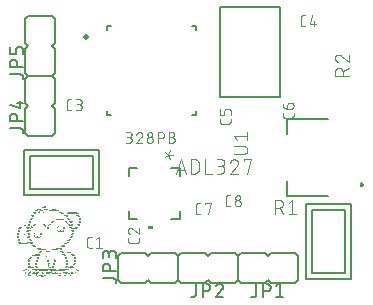
<source format=gto>
G04 EAGLE Gerber RS-274X export*
G75*
%MOMM*%
%FSLAX34Y34*%
%LPD*%
%INSilkscreen Top*%
%IPPOS*%
%AMOC8*
5,1,8,0,0,1.08239X$1,22.5*%
G01*
%ADD10R,0.083819X0.084581*%
%ADD11R,0.254000X0.084581*%
%ADD12R,0.170181X0.084581*%
%ADD13R,0.086363X0.084581*%
%ADD14R,0.167637X0.084581*%
%ADD15R,0.170181X0.084838*%
%ADD16R,0.083819X0.084838*%
%ADD17R,0.167637X0.084838*%
%ADD18R,0.086363X0.084838*%
%ADD19R,0.508000X0.084581*%
%ADD20R,0.421637X0.084581*%
%ADD21R,0.591819X0.084581*%
%ADD22R,0.340363X0.084838*%
%ADD23R,0.762000X0.084581*%
%ADD24R,1.270000X0.084581*%
%ADD25R,1.948181X0.084581*%
%ADD26R,0.845819X0.084581*%
%ADD27R,0.762000X0.084838*%
%ADD28R,0.421637X0.084838*%
%ADD29R,0.678181X0.084838*%
%ADD30R,0.254000X0.084838*%
%ADD31R,0.424181X0.084581*%
%ADD32R,0.594363X0.084581*%
%ADD33R,0.932181X0.084838*%
%ADD34R,1.437638X0.084838*%
%ADD35R,0.337819X0.084838*%
%ADD36R,0.337819X0.084581*%
%ADD37R,0.424181X0.084838*%
%ADD38R,0.340363X0.084581*%
%ADD39R,0.508000X0.084838*%
%ADD40R,0.675638X0.084838*%
%ADD41R,0.594363X0.084838*%
%ADD42R,0.678181X0.084581*%
%ADD43R,0.932181X0.084581*%
%ADD44C,0.152400*%
%ADD45C,0.076200*%
%ADD46C,0.150000*%
%ADD47C,0.500000*%
%ADD48C,0.127000*%
%ADD49C,0.101600*%
%ADD50C,0.200000*%

G36*
X128197Y58930D02*
X128197Y58930D01*
X128199Y58929D01*
X128242Y58949D01*
X128286Y58967D01*
X128286Y58969D01*
X128288Y58970D01*
X128321Y59055D01*
X128321Y61595D01*
X128320Y61597D01*
X128321Y61599D01*
X128301Y61642D01*
X128283Y61686D01*
X128281Y61686D01*
X128280Y61688D01*
X128195Y61721D01*
X124385Y61721D01*
X124383Y61720D01*
X124381Y61721D01*
X124338Y61701D01*
X124294Y61683D01*
X124294Y61681D01*
X124292Y61680D01*
X124259Y61595D01*
X124259Y59055D01*
X124260Y59053D01*
X124259Y59051D01*
X124279Y59008D01*
X124297Y58964D01*
X124299Y58964D01*
X124300Y58962D01*
X124385Y58929D01*
X128195Y58929D01*
X128197Y58930D01*
G37*
D10*
X31321Y17991D03*
D11*
X35550Y17991D03*
X24552Y18836D03*
D10*
X30483Y18836D03*
D12*
X32591Y18836D03*
D13*
X34712Y18836D03*
X37252Y18836D03*
D11*
X49952Y18836D03*
D14*
X53762Y18836D03*
D10*
X59261Y18836D03*
D15*
X21593Y19683D03*
D16*
X23701Y19683D03*
D17*
X25822Y19683D03*
D16*
X30483Y19683D03*
D15*
X34293Y19683D03*
X37671Y19683D03*
X47831Y19683D03*
D17*
X51222Y19683D03*
D18*
X55032Y19683D03*
D15*
X57991Y19683D03*
D18*
X60112Y19683D03*
D15*
X63071Y19683D03*
D10*
X21161Y20531D03*
D14*
X23282Y20531D03*
D19*
X28362Y20531D03*
D12*
X35131Y20531D03*
D20*
X39792Y20531D03*
D19*
X45303Y20531D03*
D13*
X49952Y20531D03*
D12*
X54613Y20531D03*
X57153Y20531D03*
D11*
X60950Y20531D03*
D10*
X21161Y21376D03*
D12*
X24133Y21376D03*
X27511Y21376D03*
D11*
X31333Y21376D03*
D10*
X35563Y21376D03*
D21*
X40643Y21376D03*
D10*
X46561Y21376D03*
D12*
X52911Y21376D03*
D11*
X55870Y21376D03*
D12*
X59693Y21376D03*
D10*
X63503Y21376D03*
D18*
X19472Y22223D03*
D15*
X21593Y22223D03*
D16*
X25403Y22223D03*
D17*
X28362Y22223D03*
D16*
X43183Y22223D03*
D15*
X55451Y22223D03*
D22*
X63922Y22223D03*
D13*
X19472Y23071D03*
D10*
X23701Y23071D03*
D12*
X29213Y23071D03*
D23*
X36413Y23071D03*
D24*
X48250Y23071D03*
D13*
X65192Y23071D03*
D14*
X20742Y23916D03*
D25*
X36401Y23916D03*
D26*
X52911Y23916D03*
D10*
X64341Y23916D03*
D15*
X22431Y24763D03*
D27*
X28793Y24763D03*
D28*
X42332Y24763D03*
D29*
X55451Y24763D03*
D30*
X62652Y24763D03*
D31*
X25403Y25611D03*
D12*
X30051Y25611D03*
D14*
X41062Y25611D03*
X43602Y25611D03*
D12*
X54613Y25611D03*
D31*
X59261Y25611D03*
D11*
X24552Y26456D03*
D12*
X29213Y26456D03*
D10*
X40643Y26456D03*
D14*
X43602Y26456D03*
D12*
X55451Y26456D03*
D11*
X60112Y26456D03*
D15*
X24133Y27303D03*
X29213Y27303D03*
D16*
X40643Y27303D03*
D15*
X44453Y27303D03*
X55451Y27303D03*
D30*
X60950Y27303D03*
D14*
X23282Y28151D03*
D12*
X29213Y28151D03*
D10*
X40643Y28151D03*
D12*
X44453Y28151D03*
X55451Y28151D03*
D14*
X61382Y28151D03*
X23282Y28996D03*
D12*
X29213Y28996D03*
X40211Y28996D03*
X44453Y28996D03*
X55451Y28996D03*
X62233Y28996D03*
D17*
X23282Y29843D03*
D15*
X29213Y29843D03*
D18*
X39792Y29843D03*
X44872Y29843D03*
D15*
X55451Y29843D03*
X62233Y29843D03*
D14*
X23282Y30691D03*
D12*
X30051Y30691D03*
D13*
X39792Y30691D03*
D12*
X45291Y30691D03*
X55451Y30691D03*
D13*
X62652Y30691D03*
D14*
X23282Y31536D03*
D12*
X30051Y31536D03*
D13*
X39792Y31536D03*
D12*
X45291Y31536D03*
X55451Y31536D03*
D13*
X62652Y31536D03*
D16*
X23701Y32383D03*
D30*
X30470Y32383D03*
D18*
X39792Y32383D03*
D16*
X45723Y32383D03*
D15*
X55451Y32383D03*
X63071Y32383D03*
D12*
X24133Y33231D03*
D14*
X30902Y33231D03*
D12*
X54613Y33231D03*
D13*
X62652Y33231D03*
D12*
X24971Y34076D03*
D14*
X30902Y34076D03*
D12*
X54613Y34076D03*
D13*
X62652Y34076D03*
D30*
X26253Y34923D03*
D15*
X31753Y34923D03*
D16*
X38941Y34923D03*
D17*
X53762Y34923D03*
D15*
X62233Y34923D03*
D32*
X29632Y35771D03*
D14*
X53762Y35771D03*
D11*
X61813Y35771D03*
D13*
X29632Y36616D03*
D11*
X32172Y36616D03*
X53330Y36616D03*
X60950Y36616D03*
D15*
X32591Y37463D03*
D33*
X56721Y37463D03*
D12*
X32591Y38311D03*
X52073Y38311D03*
D20*
X57572Y38311D03*
D14*
X33442Y39156D03*
D20*
X39792Y39156D03*
D11*
X51653Y39156D03*
D34*
X39792Y40003D03*
D17*
X51222Y40003D03*
D32*
X34712Y40851D03*
D21*
X45723Y40851D03*
D12*
X50371Y40851D03*
D20*
X32172Y41696D03*
D19*
X48682Y41696D03*
D35*
X30051Y42543D03*
X50371Y42543D03*
D11*
X28793Y43391D03*
D36*
X52073Y43391D03*
D11*
X27930Y44236D03*
X53330Y44236D03*
D28*
X19472Y45083D03*
D30*
X27092Y45083D03*
X54193Y45083D03*
D23*
X19472Y45931D03*
D11*
X26253Y45931D03*
X55032Y45931D03*
X16093Y46776D03*
D19*
X24120Y46776D03*
D14*
X56302Y46776D03*
D17*
X15662Y47623D03*
D30*
X24552Y47623D03*
D15*
X57153Y47623D03*
D12*
X14811Y48471D03*
X24971Y48471D03*
D11*
X57572Y48471D03*
D12*
X14811Y49316D03*
X24133Y49316D03*
X57991Y49316D03*
D15*
X13973Y50163D03*
X24133Y50163D03*
D37*
X31321Y50163D03*
D17*
X58842Y50163D03*
D12*
X13973Y51011D03*
D11*
X23713Y51011D03*
D36*
X30051Y51011D03*
D10*
X33023Y51011D03*
D14*
X58842Y51011D03*
D12*
X13973Y51856D03*
D14*
X23282Y51856D03*
D10*
X28781Y51856D03*
X31321Y51856D03*
X33861Y51856D03*
D12*
X59693Y51856D03*
D15*
X13973Y52703D03*
D17*
X23282Y52703D03*
D16*
X28781Y52703D03*
D30*
X33010Y52703D03*
D15*
X59693Y52703D03*
D12*
X13973Y53551D03*
D10*
X20323Y53551D03*
D14*
X23282Y53551D03*
X33442Y53551D03*
D13*
X60112Y53551D03*
D12*
X13973Y54396D03*
D14*
X23282Y54396D03*
D10*
X28781Y54396D03*
D14*
X33442Y54396D03*
D12*
X60531Y54396D03*
D18*
X14392Y55243D03*
D30*
X22850Y55243D03*
D18*
X29632Y55243D03*
D15*
X32591Y55243D03*
D37*
X50803Y55243D03*
D15*
X60531Y55243D03*
D12*
X14811Y56091D03*
D11*
X22850Y56091D03*
D36*
X49533Y56091D03*
D13*
X52492Y56091D03*
D12*
X60531Y56091D03*
X14811Y56936D03*
D38*
X23282Y56936D03*
D10*
X48263Y56936D03*
X50803Y56936D03*
X53343Y56936D03*
D11*
X60950Y56936D03*
D17*
X15662Y57783D03*
D15*
X22431Y57783D03*
D18*
X24552Y57783D03*
X47412Y57783D03*
D30*
X52492Y57783D03*
D39*
X61382Y57783D03*
D11*
X16093Y58631D03*
D12*
X22431Y58631D03*
D10*
X25403Y58631D03*
D13*
X39792Y58631D03*
D12*
X52911Y58631D03*
D21*
X61801Y58631D03*
D11*
X16932Y59476D03*
D36*
X22431Y59476D03*
D14*
X25822Y59476D03*
D12*
X39373Y59476D03*
D10*
X48263Y59476D03*
D12*
X52911Y59476D03*
D11*
X59273Y59476D03*
X64353Y59476D03*
D40*
X20742Y60323D03*
D16*
X26241Y60323D03*
X38103Y60323D03*
D18*
X39792Y60323D03*
D16*
X49101Y60323D03*
D15*
X52073Y60323D03*
D30*
X59273Y60323D03*
X65192Y60323D03*
D12*
X19891Y61171D03*
D14*
X23282Y61171D03*
D12*
X27511Y61171D03*
D13*
X37252Y61171D03*
D10*
X40643Y61171D03*
D38*
X58842Y61171D03*
D12*
X65611Y61171D03*
D14*
X23282Y62016D03*
X28362Y62016D03*
X35982Y62016D03*
X41062Y62016D03*
D13*
X57572Y62016D03*
D12*
X59693Y62016D03*
D11*
X66030Y62016D03*
D30*
X23713Y62863D03*
D41*
X32172Y62863D03*
D15*
X41913Y62863D03*
D16*
X56721Y62863D03*
D17*
X58842Y62863D03*
X66462Y62863D03*
D12*
X24133Y63711D03*
X42751Y63711D03*
D10*
X55883Y63711D03*
D14*
X58842Y63711D03*
X66462Y63711D03*
D12*
X24133Y64556D03*
D14*
X43602Y64556D03*
D12*
X54613Y64556D03*
X57991Y64556D03*
D13*
X60112Y64556D03*
D14*
X66462Y64556D03*
D15*
X24971Y65403D03*
X45291Y65403D03*
D17*
X53762Y65403D03*
D15*
X57991Y65403D03*
D17*
X66462Y65403D03*
D12*
X24971Y66251D03*
D42*
X49533Y66251D03*
D12*
X57153Y66251D03*
D14*
X66462Y66251D03*
X25822Y67096D03*
X56302Y67096D03*
X66462Y67096D03*
D17*
X25822Y67943D03*
D30*
X55870Y67943D03*
X66030Y67943D03*
D12*
X26673Y68791D03*
X55451Y68791D03*
X65611Y68791D03*
D11*
X27092Y69636D03*
D20*
X55032Y69636D03*
D11*
X65192Y69636D03*
D15*
X27511Y70483D03*
D30*
X53330Y70483D03*
X56733Y70483D03*
X64353Y70483D03*
D14*
X28362Y71331D03*
D11*
X52492Y71331D03*
D43*
X60963Y71331D03*
D11*
X28793Y72176D03*
D13*
X32172Y72176D03*
D10*
X36401Y72176D03*
D11*
X50790Y72176D03*
D23*
X60950Y72176D03*
D30*
X29632Y73023D03*
D16*
X33023Y73023D03*
D30*
X38953Y73023D03*
D35*
X49533Y73023D03*
D30*
X60950Y73023D03*
D11*
X30470Y73871D03*
X34712Y73871D03*
D26*
X44453Y73871D03*
D20*
X32172Y74716D03*
D36*
X37671Y74716D03*
X44453Y74716D03*
D22*
X33442Y75563D03*
D39*
X41062Y75563D03*
D20*
X36405Y76411D03*
D12*
X36833Y77256D03*
D44*
X107696Y103378D02*
X107696Y110744D01*
X107696Y67056D02*
X115062Y67056D01*
X151384Y67056D02*
X151384Y74422D01*
X151384Y110744D02*
X144018Y110744D01*
X115062Y110744D02*
X107696Y110744D01*
X107696Y74422D02*
X107696Y67056D01*
X144018Y67056D02*
X151384Y67056D01*
X151384Y103378D02*
X151384Y110744D01*
D45*
X145147Y121701D02*
X141168Y121701D01*
X138183Y119380D01*
X141168Y121701D02*
X138183Y124023D01*
X141168Y121701D02*
X142494Y118054D01*
X141168Y121701D02*
X142494Y125349D01*
X151934Y117729D02*
X147955Y105791D01*
X155914Y105791D02*
X151934Y117729D01*
X154919Y108776D02*
X148950Y108776D01*
X160429Y105791D02*
X160429Y117729D01*
X163745Y117729D01*
X163858Y117727D01*
X163971Y117721D01*
X164084Y117712D01*
X164197Y117698D01*
X164308Y117681D01*
X164420Y117660D01*
X164530Y117635D01*
X164640Y117606D01*
X164748Y117574D01*
X164855Y117538D01*
X164961Y117498D01*
X165066Y117454D01*
X165169Y117408D01*
X165271Y117357D01*
X165370Y117303D01*
X165468Y117246D01*
X165564Y117186D01*
X165657Y117122D01*
X165749Y117055D01*
X165838Y116985D01*
X165924Y116912D01*
X166008Y116836D01*
X166090Y116758D01*
X166168Y116676D01*
X166244Y116592D01*
X166317Y116506D01*
X166387Y116417D01*
X166454Y116325D01*
X166518Y116232D01*
X166578Y116136D01*
X166635Y116038D01*
X166689Y115939D01*
X166740Y115837D01*
X166786Y115734D01*
X166830Y115629D01*
X166870Y115523D01*
X166906Y115416D01*
X166938Y115308D01*
X166967Y115198D01*
X166992Y115088D01*
X167013Y114976D01*
X167030Y114865D01*
X167044Y114752D01*
X167053Y114639D01*
X167059Y114526D01*
X167061Y114413D01*
X167061Y109107D01*
X167059Y108994D01*
X167053Y108881D01*
X167044Y108768D01*
X167030Y108655D01*
X167013Y108544D01*
X166992Y108432D01*
X166967Y108322D01*
X166938Y108212D01*
X166906Y108104D01*
X166870Y107997D01*
X166830Y107891D01*
X166786Y107786D01*
X166740Y107683D01*
X166689Y107581D01*
X166635Y107482D01*
X166578Y107384D01*
X166518Y107288D01*
X166454Y107195D01*
X166387Y107103D01*
X166317Y107014D01*
X166244Y106928D01*
X166168Y106844D01*
X166090Y106762D01*
X166008Y106684D01*
X165924Y106608D01*
X165838Y106535D01*
X165749Y106465D01*
X165657Y106398D01*
X165564Y106334D01*
X165468Y106274D01*
X165370Y106217D01*
X165271Y106163D01*
X165169Y106112D01*
X165066Y106066D01*
X164961Y106022D01*
X164855Y105982D01*
X164748Y105946D01*
X164640Y105914D01*
X164530Y105885D01*
X164420Y105860D01*
X164308Y105839D01*
X164197Y105822D01*
X164084Y105808D01*
X163971Y105799D01*
X163858Y105793D01*
X163745Y105791D01*
X160429Y105791D01*
X172641Y105791D02*
X172641Y117729D01*
X172641Y105791D02*
X177947Y105791D01*
X182146Y105791D02*
X185462Y105791D01*
X185576Y105793D01*
X185691Y105799D01*
X185805Y105809D01*
X185918Y105823D01*
X186032Y105840D01*
X186144Y105862D01*
X186256Y105887D01*
X186366Y105917D01*
X186476Y105950D01*
X186584Y105987D01*
X186691Y106027D01*
X186797Y106072D01*
X186901Y106119D01*
X187003Y106171D01*
X187103Y106226D01*
X187202Y106284D01*
X187298Y106346D01*
X187393Y106411D01*
X187484Y106479D01*
X187574Y106551D01*
X187661Y106625D01*
X187745Y106702D01*
X187827Y106783D01*
X187906Y106866D01*
X187982Y106951D01*
X188055Y107040D01*
X188124Y107130D01*
X188191Y107223D01*
X188254Y107319D01*
X188314Y107416D01*
X188371Y107516D01*
X188424Y107617D01*
X188474Y107720D01*
X188520Y107825D01*
X188563Y107931D01*
X188601Y108039D01*
X188636Y108148D01*
X188667Y108258D01*
X188695Y108369D01*
X188718Y108481D01*
X188738Y108594D01*
X188754Y108707D01*
X188766Y108821D01*
X188774Y108935D01*
X188778Y109050D01*
X188778Y109164D01*
X188774Y109279D01*
X188766Y109393D01*
X188754Y109507D01*
X188738Y109620D01*
X188718Y109733D01*
X188695Y109845D01*
X188667Y109956D01*
X188636Y110066D01*
X188601Y110175D01*
X188563Y110283D01*
X188520Y110389D01*
X188474Y110494D01*
X188424Y110597D01*
X188371Y110698D01*
X188314Y110798D01*
X188254Y110895D01*
X188191Y110991D01*
X188124Y111084D01*
X188055Y111174D01*
X187982Y111263D01*
X187906Y111348D01*
X187827Y111431D01*
X187745Y111512D01*
X187661Y111589D01*
X187574Y111663D01*
X187484Y111735D01*
X187393Y111803D01*
X187298Y111868D01*
X187202Y111930D01*
X187103Y111988D01*
X187003Y112043D01*
X186901Y112095D01*
X186797Y112142D01*
X186691Y112187D01*
X186584Y112227D01*
X186476Y112264D01*
X186366Y112297D01*
X186256Y112327D01*
X186144Y112352D01*
X186032Y112374D01*
X185918Y112391D01*
X185805Y112405D01*
X185691Y112415D01*
X185576Y112421D01*
X185462Y112423D01*
X186125Y117729D02*
X182146Y117729D01*
X186125Y117729D02*
X186227Y117727D01*
X186328Y117721D01*
X186429Y117711D01*
X186530Y117698D01*
X186630Y117680D01*
X186729Y117659D01*
X186828Y117634D01*
X186925Y117605D01*
X187022Y117573D01*
X187117Y117537D01*
X187210Y117497D01*
X187302Y117454D01*
X187392Y117407D01*
X187481Y117356D01*
X187567Y117303D01*
X187651Y117246D01*
X187733Y117186D01*
X187813Y117123D01*
X187890Y117057D01*
X187965Y116988D01*
X188037Y116916D01*
X188106Y116841D01*
X188172Y116764D01*
X188235Y116684D01*
X188295Y116602D01*
X188352Y116518D01*
X188405Y116432D01*
X188456Y116343D01*
X188503Y116253D01*
X188546Y116161D01*
X188586Y116068D01*
X188622Y115973D01*
X188654Y115876D01*
X188683Y115779D01*
X188708Y115680D01*
X188729Y115581D01*
X188747Y115481D01*
X188760Y115380D01*
X188770Y115279D01*
X188776Y115178D01*
X188778Y115076D01*
X188776Y114974D01*
X188770Y114873D01*
X188760Y114772D01*
X188747Y114671D01*
X188729Y114571D01*
X188708Y114472D01*
X188683Y114373D01*
X188654Y114276D01*
X188622Y114179D01*
X188586Y114084D01*
X188546Y113991D01*
X188503Y113899D01*
X188456Y113809D01*
X188405Y113720D01*
X188352Y113634D01*
X188295Y113550D01*
X188235Y113468D01*
X188172Y113388D01*
X188106Y113311D01*
X188037Y113236D01*
X187965Y113164D01*
X187890Y113095D01*
X187813Y113029D01*
X187733Y112966D01*
X187651Y112906D01*
X187567Y112849D01*
X187481Y112796D01*
X187392Y112745D01*
X187302Y112698D01*
X187210Y112655D01*
X187117Y112615D01*
X187022Y112579D01*
X186925Y112547D01*
X186828Y112518D01*
X186729Y112493D01*
X186630Y112472D01*
X186530Y112454D01*
X186429Y112441D01*
X186328Y112431D01*
X186227Y112425D01*
X186125Y112423D01*
X183473Y112423D01*
X197224Y117730D02*
X197331Y117728D01*
X197437Y117722D01*
X197543Y117713D01*
X197649Y117700D01*
X197754Y117683D01*
X197859Y117662D01*
X197962Y117637D01*
X198065Y117609D01*
X198167Y117577D01*
X198267Y117542D01*
X198366Y117503D01*
X198464Y117460D01*
X198560Y117414D01*
X198655Y117365D01*
X198747Y117312D01*
X198838Y117256D01*
X198926Y117197D01*
X199013Y117135D01*
X199097Y117069D01*
X199179Y117001D01*
X199258Y116930D01*
X199335Y116856D01*
X199409Y116779D01*
X199480Y116700D01*
X199548Y116618D01*
X199614Y116534D01*
X199676Y116447D01*
X199735Y116359D01*
X199791Y116268D01*
X199844Y116176D01*
X199893Y116081D01*
X199939Y115985D01*
X199982Y115887D01*
X200021Y115788D01*
X200056Y115688D01*
X200088Y115586D01*
X200116Y115483D01*
X200141Y115380D01*
X200162Y115275D01*
X200179Y115170D01*
X200192Y115064D01*
X200201Y114958D01*
X200207Y114852D01*
X200209Y114745D01*
X197224Y117729D02*
X197103Y117727D01*
X196983Y117721D01*
X196863Y117712D01*
X196743Y117699D01*
X196624Y117682D01*
X196505Y117661D01*
X196387Y117637D01*
X196270Y117608D01*
X196154Y117577D01*
X196038Y117541D01*
X195924Y117502D01*
X195812Y117459D01*
X195700Y117413D01*
X195590Y117364D01*
X195482Y117310D01*
X195376Y117254D01*
X195271Y117194D01*
X195168Y117131D01*
X195068Y117065D01*
X194969Y116996D01*
X194873Y116923D01*
X194779Y116848D01*
X194687Y116770D01*
X194598Y116688D01*
X194511Y116604D01*
X194428Y116518D01*
X194346Y116429D01*
X194268Y116337D01*
X194193Y116243D01*
X194121Y116146D01*
X194051Y116048D01*
X193985Y115947D01*
X193922Y115844D01*
X193863Y115739D01*
X193806Y115633D01*
X193753Y115524D01*
X193704Y115415D01*
X193658Y115303D01*
X193615Y115190D01*
X193577Y115076D01*
X199214Y112423D02*
X199294Y112503D01*
X199372Y112585D01*
X199446Y112669D01*
X199518Y112757D01*
X199586Y112847D01*
X199652Y112939D01*
X199714Y113033D01*
X199772Y113129D01*
X199827Y113228D01*
X199879Y113328D01*
X199927Y113430D01*
X199972Y113534D01*
X200012Y113639D01*
X200049Y113746D01*
X200083Y113854D01*
X200112Y113963D01*
X200138Y114073D01*
X200159Y114184D01*
X200177Y114295D01*
X200191Y114407D01*
X200201Y114519D01*
X200207Y114632D01*
X200209Y114745D01*
X199213Y112423D02*
X193576Y105791D01*
X200208Y105791D01*
X205006Y116403D02*
X205006Y117729D01*
X211638Y117729D01*
X208322Y105791D01*
D46*
X92500Y230540D02*
X89500Y230540D01*
X161500Y230540D02*
X164500Y230540D01*
X164500Y158540D02*
X164500Y155540D01*
X164500Y227540D02*
X164500Y230540D01*
X92500Y155540D02*
X89500Y155540D01*
X161500Y155540D02*
X164500Y155540D01*
X89500Y155540D02*
X89500Y158540D01*
X89500Y227540D02*
X89500Y230540D01*
D47*
X71500Y221040D03*
D45*
X105121Y131621D02*
X107687Y131621D01*
X107786Y131623D01*
X107886Y131629D01*
X107985Y131638D01*
X108083Y131652D01*
X108181Y131669D01*
X108279Y131690D01*
X108375Y131715D01*
X108470Y131744D01*
X108565Y131776D01*
X108657Y131812D01*
X108749Y131851D01*
X108839Y131894D01*
X108927Y131940D01*
X109013Y131990D01*
X109097Y132043D01*
X109179Y132099D01*
X109259Y132159D01*
X109336Y132221D01*
X109411Y132287D01*
X109484Y132355D01*
X109553Y132426D01*
X109620Y132500D01*
X109684Y132576D01*
X109745Y132655D01*
X109803Y132736D01*
X109858Y132819D01*
X109909Y132904D01*
X109957Y132991D01*
X110002Y133080D01*
X110043Y133171D01*
X110081Y133263D01*
X110115Y133356D01*
X110145Y133451D01*
X110172Y133547D01*
X110195Y133644D01*
X110214Y133741D01*
X110229Y133840D01*
X110241Y133939D01*
X110249Y134038D01*
X110253Y134137D01*
X110253Y134237D01*
X110249Y134336D01*
X110241Y134435D01*
X110229Y134534D01*
X110214Y134633D01*
X110195Y134730D01*
X110172Y134827D01*
X110145Y134923D01*
X110115Y135018D01*
X110081Y135111D01*
X110043Y135203D01*
X110002Y135294D01*
X109957Y135383D01*
X109909Y135470D01*
X109858Y135555D01*
X109803Y135638D01*
X109745Y135719D01*
X109684Y135798D01*
X109620Y135874D01*
X109553Y135948D01*
X109484Y136019D01*
X109411Y136087D01*
X109336Y136153D01*
X109259Y136215D01*
X109179Y136275D01*
X109097Y136331D01*
X109013Y136384D01*
X108927Y136434D01*
X108839Y136480D01*
X108749Y136523D01*
X108657Y136562D01*
X108565Y136598D01*
X108470Y136630D01*
X108375Y136659D01*
X108279Y136684D01*
X108181Y136705D01*
X108083Y136722D01*
X107985Y136736D01*
X107886Y136745D01*
X107786Y136751D01*
X107687Y136753D01*
X108200Y140859D02*
X105121Y140859D01*
X108200Y140859D02*
X108290Y140857D01*
X108379Y140851D01*
X108468Y140841D01*
X108556Y140828D01*
X108644Y140810D01*
X108731Y140789D01*
X108817Y140764D01*
X108902Y140735D01*
X108986Y140703D01*
X109068Y140667D01*
X109148Y140627D01*
X109227Y140584D01*
X109303Y140537D01*
X109378Y140488D01*
X109450Y140435D01*
X109520Y140379D01*
X109587Y140320D01*
X109652Y140258D01*
X109714Y140193D01*
X109773Y140126D01*
X109829Y140056D01*
X109882Y139984D01*
X109931Y139909D01*
X109978Y139833D01*
X110021Y139754D01*
X110061Y139674D01*
X110097Y139592D01*
X110129Y139508D01*
X110158Y139423D01*
X110183Y139337D01*
X110204Y139250D01*
X110222Y139162D01*
X110235Y139074D01*
X110245Y138985D01*
X110251Y138896D01*
X110253Y138806D01*
X110251Y138716D01*
X110245Y138627D01*
X110235Y138538D01*
X110222Y138450D01*
X110204Y138362D01*
X110183Y138275D01*
X110158Y138189D01*
X110129Y138104D01*
X110097Y138020D01*
X110061Y137938D01*
X110021Y137858D01*
X109978Y137780D01*
X109931Y137703D01*
X109882Y137628D01*
X109829Y137556D01*
X109773Y137486D01*
X109714Y137419D01*
X109652Y137354D01*
X109587Y137292D01*
X109520Y137233D01*
X109450Y137177D01*
X109378Y137124D01*
X109303Y137075D01*
X109227Y137028D01*
X109148Y136985D01*
X109068Y136945D01*
X108986Y136909D01*
X108902Y136877D01*
X108817Y136848D01*
X108731Y136823D01*
X108644Y136802D01*
X108556Y136784D01*
X108468Y136771D01*
X108379Y136761D01*
X108290Y136755D01*
X108200Y136753D01*
X106147Y136753D01*
X116944Y140859D02*
X117037Y140857D01*
X117130Y140852D01*
X117222Y140842D01*
X117315Y140829D01*
X117406Y140812D01*
X117497Y140792D01*
X117587Y140768D01*
X117676Y140740D01*
X117763Y140709D01*
X117849Y140674D01*
X117934Y140636D01*
X118018Y140594D01*
X118099Y140550D01*
X118179Y140501D01*
X118256Y140450D01*
X118332Y140396D01*
X118405Y140338D01*
X118476Y140278D01*
X118544Y140215D01*
X118610Y140149D01*
X118673Y140081D01*
X118733Y140010D01*
X118791Y139937D01*
X118845Y139861D01*
X118896Y139784D01*
X118945Y139704D01*
X118989Y139623D01*
X119031Y139539D01*
X119069Y139454D01*
X119104Y139368D01*
X119135Y139281D01*
X119163Y139192D01*
X119187Y139102D01*
X119207Y139011D01*
X119224Y138920D01*
X119237Y138827D01*
X119247Y138735D01*
X119252Y138642D01*
X119254Y138549D01*
X116944Y140859D02*
X116837Y140857D01*
X116731Y140851D01*
X116625Y140842D01*
X116519Y140828D01*
X116414Y140811D01*
X116309Y140790D01*
X116206Y140766D01*
X116103Y140737D01*
X116001Y140705D01*
X115901Y140670D01*
X115802Y140630D01*
X115704Y140587D01*
X115608Y140541D01*
X115514Y140491D01*
X115421Y140438D01*
X115331Y140382D01*
X115242Y140322D01*
X115156Y140260D01*
X115072Y140194D01*
X114991Y140125D01*
X114912Y140054D01*
X114835Y139979D01*
X114762Y139902D01*
X114691Y139823D01*
X114623Y139740D01*
X114558Y139656D01*
X114496Y139569D01*
X114438Y139480D01*
X114382Y139389D01*
X114330Y139296D01*
X114281Y139201D01*
X114236Y139105D01*
X114194Y139006D01*
X114156Y138907D01*
X114121Y138806D01*
X118484Y136752D02*
X118552Y136820D01*
X118617Y136890D01*
X118680Y136962D01*
X118740Y137037D01*
X118797Y137114D01*
X118850Y137193D01*
X118901Y137274D01*
X118949Y137357D01*
X118993Y137441D01*
X119034Y137528D01*
X119072Y137616D01*
X119106Y137705D01*
X119137Y137796D01*
X119164Y137887D01*
X119188Y137980D01*
X119208Y138074D01*
X119225Y138168D01*
X119237Y138263D01*
X119247Y138358D01*
X119252Y138453D01*
X119254Y138549D01*
X118483Y136753D02*
X114121Y131621D01*
X119253Y131621D01*
X123121Y134187D02*
X123123Y134286D01*
X123129Y134386D01*
X123138Y134485D01*
X123152Y134583D01*
X123169Y134681D01*
X123190Y134779D01*
X123215Y134875D01*
X123244Y134970D01*
X123276Y135065D01*
X123312Y135157D01*
X123351Y135249D01*
X123394Y135339D01*
X123440Y135427D01*
X123490Y135513D01*
X123543Y135597D01*
X123599Y135679D01*
X123659Y135759D01*
X123721Y135836D01*
X123787Y135911D01*
X123855Y135984D01*
X123926Y136053D01*
X124000Y136120D01*
X124076Y136184D01*
X124155Y136245D01*
X124236Y136303D01*
X124319Y136358D01*
X124404Y136409D01*
X124491Y136457D01*
X124580Y136502D01*
X124671Y136543D01*
X124763Y136581D01*
X124856Y136615D01*
X124951Y136645D01*
X125047Y136672D01*
X125144Y136695D01*
X125241Y136714D01*
X125340Y136729D01*
X125439Y136741D01*
X125538Y136749D01*
X125637Y136753D01*
X125737Y136753D01*
X125836Y136749D01*
X125935Y136741D01*
X126034Y136729D01*
X126133Y136714D01*
X126230Y136695D01*
X126327Y136672D01*
X126423Y136645D01*
X126518Y136615D01*
X126611Y136581D01*
X126703Y136543D01*
X126794Y136502D01*
X126883Y136457D01*
X126970Y136409D01*
X127055Y136358D01*
X127138Y136303D01*
X127219Y136245D01*
X127298Y136184D01*
X127374Y136120D01*
X127448Y136053D01*
X127519Y135984D01*
X127587Y135911D01*
X127653Y135836D01*
X127715Y135759D01*
X127775Y135679D01*
X127831Y135597D01*
X127884Y135513D01*
X127934Y135427D01*
X127980Y135339D01*
X128023Y135249D01*
X128062Y135157D01*
X128098Y135065D01*
X128130Y134970D01*
X128159Y134875D01*
X128184Y134779D01*
X128205Y134681D01*
X128222Y134583D01*
X128236Y134485D01*
X128245Y134386D01*
X128251Y134286D01*
X128253Y134187D01*
X128251Y134088D01*
X128245Y133988D01*
X128236Y133889D01*
X128222Y133791D01*
X128205Y133693D01*
X128184Y133595D01*
X128159Y133499D01*
X128130Y133404D01*
X128098Y133309D01*
X128062Y133217D01*
X128023Y133125D01*
X127980Y133035D01*
X127934Y132947D01*
X127884Y132861D01*
X127831Y132777D01*
X127775Y132695D01*
X127715Y132615D01*
X127653Y132538D01*
X127587Y132463D01*
X127519Y132390D01*
X127448Y132321D01*
X127374Y132254D01*
X127298Y132190D01*
X127219Y132129D01*
X127138Y132071D01*
X127055Y132016D01*
X126970Y131965D01*
X126883Y131917D01*
X126794Y131872D01*
X126703Y131831D01*
X126611Y131793D01*
X126518Y131759D01*
X126423Y131729D01*
X126327Y131702D01*
X126230Y131679D01*
X126133Y131660D01*
X126034Y131645D01*
X125935Y131633D01*
X125836Y131625D01*
X125737Y131621D01*
X125637Y131621D01*
X125538Y131625D01*
X125439Y131633D01*
X125340Y131645D01*
X125241Y131660D01*
X125144Y131679D01*
X125047Y131702D01*
X124951Y131729D01*
X124856Y131759D01*
X124763Y131793D01*
X124671Y131831D01*
X124580Y131872D01*
X124491Y131917D01*
X124404Y131965D01*
X124319Y132016D01*
X124236Y132071D01*
X124155Y132129D01*
X124076Y132190D01*
X124000Y132254D01*
X123926Y132321D01*
X123855Y132390D01*
X123787Y132463D01*
X123721Y132538D01*
X123659Y132615D01*
X123599Y132695D01*
X123543Y132777D01*
X123490Y132861D01*
X123440Y132947D01*
X123394Y133035D01*
X123351Y133125D01*
X123312Y133217D01*
X123276Y133309D01*
X123244Y133404D01*
X123215Y133499D01*
X123190Y133595D01*
X123169Y133693D01*
X123152Y133791D01*
X123138Y133889D01*
X123129Y133988D01*
X123123Y134088D01*
X123121Y134187D01*
X123634Y138806D02*
X123636Y138896D01*
X123642Y138985D01*
X123652Y139074D01*
X123665Y139162D01*
X123683Y139250D01*
X123704Y139337D01*
X123729Y139423D01*
X123758Y139508D01*
X123790Y139592D01*
X123826Y139674D01*
X123866Y139754D01*
X123909Y139833D01*
X123956Y139909D01*
X124005Y139984D01*
X124058Y140056D01*
X124114Y140126D01*
X124173Y140193D01*
X124235Y140258D01*
X124300Y140320D01*
X124367Y140379D01*
X124437Y140435D01*
X124509Y140488D01*
X124584Y140537D01*
X124661Y140584D01*
X124739Y140627D01*
X124819Y140667D01*
X124901Y140703D01*
X124985Y140735D01*
X125070Y140764D01*
X125156Y140789D01*
X125243Y140810D01*
X125331Y140828D01*
X125419Y140841D01*
X125508Y140851D01*
X125597Y140857D01*
X125687Y140859D01*
X125777Y140857D01*
X125866Y140851D01*
X125955Y140841D01*
X126043Y140828D01*
X126131Y140810D01*
X126218Y140789D01*
X126304Y140764D01*
X126389Y140735D01*
X126473Y140703D01*
X126555Y140667D01*
X126635Y140627D01*
X126714Y140584D01*
X126790Y140537D01*
X126865Y140488D01*
X126937Y140435D01*
X127007Y140379D01*
X127074Y140320D01*
X127139Y140258D01*
X127201Y140193D01*
X127260Y140126D01*
X127316Y140056D01*
X127369Y139984D01*
X127418Y139909D01*
X127465Y139833D01*
X127508Y139754D01*
X127548Y139674D01*
X127584Y139592D01*
X127616Y139508D01*
X127645Y139423D01*
X127670Y139337D01*
X127691Y139250D01*
X127709Y139162D01*
X127722Y139074D01*
X127732Y138985D01*
X127738Y138896D01*
X127740Y138806D01*
X127738Y138716D01*
X127732Y138627D01*
X127722Y138538D01*
X127709Y138450D01*
X127691Y138362D01*
X127670Y138275D01*
X127645Y138189D01*
X127616Y138104D01*
X127584Y138020D01*
X127548Y137938D01*
X127508Y137858D01*
X127465Y137780D01*
X127418Y137703D01*
X127369Y137628D01*
X127316Y137556D01*
X127260Y137486D01*
X127201Y137419D01*
X127139Y137354D01*
X127074Y137292D01*
X127007Y137233D01*
X126937Y137177D01*
X126865Y137124D01*
X126790Y137075D01*
X126714Y137028D01*
X126635Y136985D01*
X126555Y136945D01*
X126473Y136909D01*
X126389Y136877D01*
X126304Y136848D01*
X126218Y136823D01*
X126131Y136802D01*
X126043Y136784D01*
X125955Y136771D01*
X125866Y136761D01*
X125777Y136755D01*
X125687Y136753D01*
X125597Y136755D01*
X125508Y136761D01*
X125419Y136771D01*
X125331Y136784D01*
X125243Y136802D01*
X125156Y136823D01*
X125070Y136848D01*
X124985Y136877D01*
X124901Y136909D01*
X124819Y136945D01*
X124739Y136985D01*
X124661Y137028D01*
X124584Y137075D01*
X124509Y137124D01*
X124437Y137177D01*
X124367Y137233D01*
X124300Y137292D01*
X124235Y137354D01*
X124173Y137419D01*
X124114Y137486D01*
X124058Y137556D01*
X124005Y137628D01*
X123956Y137703D01*
X123909Y137780D01*
X123866Y137858D01*
X123826Y137938D01*
X123790Y138020D01*
X123758Y138104D01*
X123729Y138189D01*
X123704Y138275D01*
X123683Y138362D01*
X123665Y138450D01*
X123652Y138538D01*
X123642Y138627D01*
X123636Y138716D01*
X123634Y138806D01*
X132551Y140859D02*
X132551Y131621D01*
X132551Y140859D02*
X135117Y140859D01*
X135216Y140857D01*
X135316Y140851D01*
X135415Y140842D01*
X135513Y140828D01*
X135611Y140811D01*
X135709Y140790D01*
X135805Y140765D01*
X135900Y140736D01*
X135995Y140704D01*
X136087Y140668D01*
X136179Y140629D01*
X136269Y140586D01*
X136357Y140540D01*
X136443Y140490D01*
X136527Y140437D01*
X136609Y140381D01*
X136689Y140321D01*
X136766Y140259D01*
X136841Y140193D01*
X136914Y140125D01*
X136983Y140054D01*
X137050Y139980D01*
X137114Y139904D01*
X137175Y139825D01*
X137233Y139744D01*
X137288Y139661D01*
X137339Y139576D01*
X137387Y139489D01*
X137432Y139400D01*
X137473Y139309D01*
X137511Y139217D01*
X137545Y139124D01*
X137575Y139029D01*
X137602Y138933D01*
X137625Y138836D01*
X137644Y138739D01*
X137659Y138640D01*
X137671Y138541D01*
X137679Y138442D01*
X137683Y138343D01*
X137683Y138243D01*
X137679Y138144D01*
X137671Y138045D01*
X137659Y137946D01*
X137644Y137847D01*
X137625Y137750D01*
X137602Y137653D01*
X137575Y137557D01*
X137545Y137462D01*
X137511Y137369D01*
X137473Y137277D01*
X137432Y137186D01*
X137387Y137097D01*
X137339Y137010D01*
X137288Y136925D01*
X137233Y136842D01*
X137175Y136761D01*
X137114Y136682D01*
X137050Y136606D01*
X136983Y136532D01*
X136914Y136461D01*
X136841Y136393D01*
X136766Y136327D01*
X136689Y136265D01*
X136609Y136205D01*
X136527Y136149D01*
X136443Y136096D01*
X136357Y136046D01*
X136269Y136000D01*
X136179Y135957D01*
X136087Y135918D01*
X135995Y135882D01*
X135900Y135850D01*
X135805Y135821D01*
X135709Y135796D01*
X135611Y135775D01*
X135513Y135758D01*
X135415Y135744D01*
X135316Y135735D01*
X135216Y135729D01*
X135117Y135727D01*
X132551Y135727D01*
X141551Y136753D02*
X144117Y136753D01*
X144216Y136751D01*
X144316Y136745D01*
X144415Y136736D01*
X144513Y136722D01*
X144611Y136705D01*
X144709Y136684D01*
X144805Y136659D01*
X144900Y136630D01*
X144995Y136598D01*
X145087Y136562D01*
X145179Y136523D01*
X145269Y136480D01*
X145357Y136434D01*
X145443Y136384D01*
X145527Y136331D01*
X145609Y136275D01*
X145689Y136215D01*
X145766Y136153D01*
X145841Y136087D01*
X145914Y136019D01*
X145983Y135948D01*
X146050Y135874D01*
X146114Y135798D01*
X146175Y135719D01*
X146233Y135638D01*
X146288Y135555D01*
X146339Y135470D01*
X146387Y135383D01*
X146432Y135294D01*
X146473Y135203D01*
X146511Y135111D01*
X146545Y135018D01*
X146575Y134923D01*
X146602Y134827D01*
X146625Y134730D01*
X146644Y134633D01*
X146659Y134534D01*
X146671Y134435D01*
X146679Y134336D01*
X146683Y134237D01*
X146683Y134137D01*
X146679Y134038D01*
X146671Y133939D01*
X146659Y133840D01*
X146644Y133741D01*
X146625Y133644D01*
X146602Y133547D01*
X146575Y133451D01*
X146545Y133356D01*
X146511Y133263D01*
X146473Y133171D01*
X146432Y133080D01*
X146387Y132991D01*
X146339Y132904D01*
X146288Y132819D01*
X146233Y132736D01*
X146175Y132655D01*
X146114Y132576D01*
X146050Y132500D01*
X145983Y132426D01*
X145914Y132355D01*
X145841Y132287D01*
X145766Y132221D01*
X145689Y132159D01*
X145609Y132099D01*
X145527Y132043D01*
X145443Y131990D01*
X145357Y131940D01*
X145269Y131894D01*
X145179Y131851D01*
X145087Y131812D01*
X144995Y131776D01*
X144900Y131744D01*
X144805Y131715D01*
X144709Y131690D01*
X144611Y131669D01*
X144513Y131652D01*
X144415Y131638D01*
X144316Y131629D01*
X144216Y131623D01*
X144117Y131621D01*
X141551Y131621D01*
X141551Y140859D01*
X144117Y140859D01*
X144207Y140857D01*
X144296Y140851D01*
X144385Y140841D01*
X144473Y140828D01*
X144561Y140810D01*
X144648Y140789D01*
X144734Y140764D01*
X144819Y140735D01*
X144903Y140703D01*
X144985Y140667D01*
X145065Y140627D01*
X145144Y140584D01*
X145220Y140537D01*
X145295Y140488D01*
X145367Y140435D01*
X145437Y140379D01*
X145504Y140320D01*
X145569Y140258D01*
X145631Y140193D01*
X145690Y140126D01*
X145746Y140056D01*
X145799Y139984D01*
X145848Y139909D01*
X145895Y139833D01*
X145938Y139754D01*
X145978Y139674D01*
X146014Y139592D01*
X146046Y139508D01*
X146075Y139423D01*
X146100Y139337D01*
X146121Y139250D01*
X146139Y139162D01*
X146152Y139074D01*
X146162Y138985D01*
X146168Y138896D01*
X146170Y138806D01*
X146168Y138716D01*
X146162Y138627D01*
X146152Y138538D01*
X146139Y138450D01*
X146121Y138362D01*
X146100Y138275D01*
X146075Y138189D01*
X146046Y138104D01*
X146014Y138020D01*
X145978Y137938D01*
X145938Y137858D01*
X145895Y137780D01*
X145848Y137703D01*
X145799Y137628D01*
X145746Y137556D01*
X145690Y137486D01*
X145631Y137419D01*
X145569Y137354D01*
X145504Y137292D01*
X145437Y137233D01*
X145367Y137177D01*
X145295Y137124D01*
X145220Y137075D01*
X145144Y137028D01*
X145065Y136985D01*
X144985Y136945D01*
X144903Y136909D01*
X144819Y136877D01*
X144734Y136848D01*
X144648Y136823D01*
X144561Y136802D01*
X144473Y136784D01*
X144385Y136771D01*
X144296Y136761D01*
X144207Y136755D01*
X144117Y136753D01*
X76684Y42998D02*
X74596Y42998D01*
X74507Y43000D01*
X74419Y43006D01*
X74331Y43015D01*
X74243Y43028D01*
X74156Y43045D01*
X74070Y43065D01*
X73985Y43090D01*
X73900Y43117D01*
X73817Y43149D01*
X73736Y43183D01*
X73656Y43222D01*
X73578Y43263D01*
X73501Y43308D01*
X73427Y43356D01*
X73354Y43407D01*
X73284Y43461D01*
X73217Y43519D01*
X73151Y43579D01*
X73089Y43641D01*
X73029Y43707D01*
X72971Y43774D01*
X72917Y43844D01*
X72866Y43917D01*
X72818Y43991D01*
X72773Y44068D01*
X72732Y44146D01*
X72693Y44226D01*
X72659Y44307D01*
X72627Y44390D01*
X72600Y44475D01*
X72575Y44560D01*
X72555Y44646D01*
X72538Y44733D01*
X72525Y44821D01*
X72516Y44909D01*
X72510Y44997D01*
X72508Y45086D01*
X72507Y45086D02*
X72507Y50307D01*
X72508Y50307D02*
X72510Y50398D01*
X72516Y50489D01*
X72526Y50580D01*
X72540Y50670D01*
X72557Y50759D01*
X72579Y50847D01*
X72605Y50935D01*
X72634Y51021D01*
X72667Y51106D01*
X72704Y51189D01*
X72744Y51271D01*
X72788Y51351D01*
X72835Y51429D01*
X72886Y51505D01*
X72939Y51578D01*
X72996Y51649D01*
X73057Y51718D01*
X73120Y51783D01*
X73185Y51846D01*
X73254Y51906D01*
X73325Y51964D01*
X73398Y52017D01*
X73474Y52068D01*
X73552Y52115D01*
X73632Y52159D01*
X73714Y52199D01*
X73797Y52236D01*
X73882Y52269D01*
X73968Y52298D01*
X74056Y52324D01*
X74144Y52346D01*
X74233Y52363D01*
X74323Y52377D01*
X74414Y52387D01*
X74505Y52393D01*
X74596Y52395D01*
X74596Y52396D02*
X76684Y52396D01*
X80153Y50307D02*
X82763Y52396D01*
X82763Y42998D01*
X80153Y42998D02*
X85374Y42998D01*
X191881Y77991D02*
X193969Y77991D01*
X191881Y77991D02*
X191792Y77993D01*
X191704Y77999D01*
X191616Y78008D01*
X191528Y78021D01*
X191441Y78038D01*
X191355Y78058D01*
X191270Y78083D01*
X191185Y78110D01*
X191102Y78142D01*
X191021Y78176D01*
X190941Y78215D01*
X190863Y78256D01*
X190786Y78301D01*
X190712Y78349D01*
X190639Y78400D01*
X190569Y78454D01*
X190502Y78512D01*
X190436Y78572D01*
X190374Y78634D01*
X190314Y78700D01*
X190256Y78767D01*
X190202Y78837D01*
X190151Y78910D01*
X190103Y78984D01*
X190058Y79061D01*
X190017Y79139D01*
X189978Y79219D01*
X189944Y79300D01*
X189912Y79383D01*
X189885Y79468D01*
X189860Y79553D01*
X189840Y79639D01*
X189823Y79726D01*
X189810Y79814D01*
X189801Y79902D01*
X189795Y79990D01*
X189793Y80079D01*
X189792Y80079D02*
X189792Y85301D01*
X189793Y85301D02*
X189795Y85392D01*
X189801Y85483D01*
X189811Y85574D01*
X189825Y85664D01*
X189842Y85753D01*
X189864Y85841D01*
X189890Y85929D01*
X189919Y86015D01*
X189952Y86100D01*
X189989Y86183D01*
X190029Y86265D01*
X190073Y86345D01*
X190120Y86423D01*
X190171Y86499D01*
X190224Y86572D01*
X190281Y86643D01*
X190342Y86712D01*
X190405Y86777D01*
X190470Y86840D01*
X190539Y86900D01*
X190610Y86958D01*
X190683Y87011D01*
X190759Y87062D01*
X190837Y87109D01*
X190917Y87153D01*
X190999Y87193D01*
X191082Y87230D01*
X191167Y87263D01*
X191253Y87292D01*
X191341Y87318D01*
X191429Y87340D01*
X191518Y87357D01*
X191608Y87371D01*
X191699Y87381D01*
X191790Y87387D01*
X191881Y87389D01*
X193969Y87389D01*
X197437Y80602D02*
X197439Y80703D01*
X197445Y80804D01*
X197455Y80905D01*
X197468Y81005D01*
X197486Y81105D01*
X197507Y81204D01*
X197533Y81302D01*
X197562Y81399D01*
X197594Y81495D01*
X197631Y81589D01*
X197671Y81682D01*
X197715Y81774D01*
X197762Y81863D01*
X197813Y81951D01*
X197867Y82037D01*
X197924Y82120D01*
X197984Y82202D01*
X198048Y82280D01*
X198114Y82357D01*
X198184Y82430D01*
X198256Y82501D01*
X198331Y82569D01*
X198409Y82634D01*
X198489Y82696D01*
X198571Y82755D01*
X198656Y82811D01*
X198743Y82863D01*
X198831Y82912D01*
X198922Y82958D01*
X199014Y82999D01*
X199108Y83038D01*
X199203Y83072D01*
X199299Y83103D01*
X199397Y83130D01*
X199495Y83154D01*
X199595Y83173D01*
X199695Y83189D01*
X199795Y83201D01*
X199896Y83209D01*
X199997Y83213D01*
X200099Y83213D01*
X200200Y83209D01*
X200301Y83201D01*
X200401Y83189D01*
X200501Y83173D01*
X200601Y83154D01*
X200699Y83130D01*
X200797Y83103D01*
X200893Y83072D01*
X200988Y83038D01*
X201082Y82999D01*
X201174Y82958D01*
X201265Y82912D01*
X201354Y82863D01*
X201440Y82811D01*
X201525Y82755D01*
X201607Y82696D01*
X201687Y82634D01*
X201765Y82569D01*
X201840Y82501D01*
X201912Y82430D01*
X201982Y82357D01*
X202048Y82280D01*
X202112Y82202D01*
X202172Y82120D01*
X202229Y82037D01*
X202283Y81951D01*
X202334Y81863D01*
X202381Y81774D01*
X202425Y81682D01*
X202465Y81589D01*
X202502Y81495D01*
X202534Y81399D01*
X202563Y81302D01*
X202589Y81204D01*
X202610Y81105D01*
X202628Y81005D01*
X202641Y80905D01*
X202651Y80804D01*
X202657Y80703D01*
X202659Y80602D01*
X202657Y80501D01*
X202651Y80400D01*
X202641Y80299D01*
X202628Y80199D01*
X202610Y80099D01*
X202589Y80000D01*
X202563Y79902D01*
X202534Y79805D01*
X202502Y79709D01*
X202465Y79615D01*
X202425Y79522D01*
X202381Y79430D01*
X202334Y79341D01*
X202283Y79253D01*
X202229Y79167D01*
X202172Y79084D01*
X202112Y79002D01*
X202048Y78924D01*
X201982Y78847D01*
X201912Y78774D01*
X201840Y78703D01*
X201765Y78635D01*
X201687Y78570D01*
X201607Y78508D01*
X201525Y78449D01*
X201440Y78393D01*
X201353Y78341D01*
X201265Y78292D01*
X201174Y78246D01*
X201082Y78205D01*
X200988Y78166D01*
X200893Y78132D01*
X200797Y78101D01*
X200699Y78074D01*
X200601Y78050D01*
X200501Y78031D01*
X200401Y78015D01*
X200301Y78003D01*
X200200Y77995D01*
X200099Y77991D01*
X199997Y77991D01*
X199896Y77995D01*
X199795Y78003D01*
X199695Y78015D01*
X199595Y78031D01*
X199495Y78050D01*
X199397Y78074D01*
X199299Y78101D01*
X199203Y78132D01*
X199108Y78166D01*
X199014Y78205D01*
X198922Y78246D01*
X198831Y78292D01*
X198743Y78341D01*
X198656Y78393D01*
X198571Y78449D01*
X198489Y78508D01*
X198409Y78570D01*
X198331Y78635D01*
X198256Y78703D01*
X198184Y78774D01*
X198114Y78847D01*
X198048Y78924D01*
X197984Y79002D01*
X197924Y79084D01*
X197867Y79167D01*
X197813Y79253D01*
X197762Y79341D01*
X197715Y79430D01*
X197671Y79522D01*
X197631Y79615D01*
X197594Y79709D01*
X197562Y79805D01*
X197533Y79902D01*
X197507Y80000D01*
X197486Y80099D01*
X197468Y80199D01*
X197455Y80299D01*
X197445Y80400D01*
X197439Y80501D01*
X197437Y80602D01*
X197960Y85301D02*
X197962Y85391D01*
X197968Y85480D01*
X197977Y85570D01*
X197991Y85659D01*
X198008Y85747D01*
X198029Y85834D01*
X198054Y85921D01*
X198083Y86006D01*
X198115Y86090D01*
X198150Y86172D01*
X198190Y86253D01*
X198232Y86332D01*
X198278Y86409D01*
X198328Y86484D01*
X198380Y86557D01*
X198436Y86628D01*
X198494Y86696D01*
X198556Y86761D01*
X198620Y86824D01*
X198687Y86884D01*
X198756Y86941D01*
X198828Y86995D01*
X198902Y87046D01*
X198978Y87094D01*
X199056Y87138D01*
X199136Y87179D01*
X199218Y87217D01*
X199301Y87251D01*
X199386Y87281D01*
X199472Y87308D01*
X199558Y87331D01*
X199646Y87350D01*
X199735Y87365D01*
X199824Y87377D01*
X199913Y87385D01*
X200003Y87389D01*
X200093Y87389D01*
X200183Y87385D01*
X200272Y87377D01*
X200361Y87365D01*
X200450Y87350D01*
X200538Y87331D01*
X200624Y87308D01*
X200710Y87281D01*
X200795Y87251D01*
X200878Y87217D01*
X200960Y87179D01*
X201040Y87138D01*
X201118Y87094D01*
X201194Y87046D01*
X201268Y86995D01*
X201340Y86941D01*
X201409Y86884D01*
X201476Y86824D01*
X201540Y86761D01*
X201602Y86696D01*
X201660Y86628D01*
X201716Y86557D01*
X201768Y86484D01*
X201818Y86409D01*
X201864Y86332D01*
X201906Y86253D01*
X201946Y86172D01*
X201981Y86090D01*
X202013Y86006D01*
X202042Y85921D01*
X202067Y85834D01*
X202088Y85747D01*
X202105Y85659D01*
X202119Y85570D01*
X202128Y85480D01*
X202134Y85391D01*
X202136Y85301D01*
X202134Y85211D01*
X202128Y85122D01*
X202119Y85032D01*
X202105Y84943D01*
X202088Y84855D01*
X202067Y84768D01*
X202042Y84681D01*
X202013Y84596D01*
X201981Y84512D01*
X201946Y84430D01*
X201906Y84349D01*
X201864Y84270D01*
X201818Y84193D01*
X201768Y84118D01*
X201716Y84045D01*
X201660Y83974D01*
X201602Y83906D01*
X201540Y83841D01*
X201476Y83778D01*
X201409Y83718D01*
X201340Y83661D01*
X201268Y83607D01*
X201194Y83556D01*
X201118Y83508D01*
X201040Y83464D01*
X200960Y83423D01*
X200878Y83385D01*
X200795Y83351D01*
X200710Y83321D01*
X200624Y83294D01*
X200538Y83271D01*
X200450Y83252D01*
X200361Y83237D01*
X200272Y83225D01*
X200183Y83217D01*
X200093Y83213D01*
X200003Y83213D01*
X199913Y83217D01*
X199824Y83225D01*
X199735Y83237D01*
X199646Y83252D01*
X199558Y83271D01*
X199472Y83294D01*
X199386Y83321D01*
X199301Y83351D01*
X199218Y83385D01*
X199136Y83423D01*
X199056Y83464D01*
X198978Y83508D01*
X198902Y83556D01*
X198828Y83607D01*
X198756Y83661D01*
X198687Y83718D01*
X198620Y83778D01*
X198556Y83841D01*
X198494Y83906D01*
X198436Y83974D01*
X198380Y84045D01*
X198328Y84118D01*
X198278Y84193D01*
X198232Y84270D01*
X198190Y84349D01*
X198150Y84430D01*
X198115Y84512D01*
X198083Y84596D01*
X198054Y84681D01*
X198029Y84768D01*
X198008Y84855D01*
X197991Y84943D01*
X197977Y85032D01*
X197968Y85122D01*
X197962Y85211D01*
X197960Y85301D01*
X168548Y71361D02*
X166459Y71361D01*
X166370Y71363D01*
X166282Y71369D01*
X166194Y71378D01*
X166106Y71391D01*
X166019Y71408D01*
X165933Y71428D01*
X165848Y71453D01*
X165763Y71480D01*
X165680Y71512D01*
X165599Y71546D01*
X165519Y71585D01*
X165441Y71626D01*
X165364Y71671D01*
X165290Y71719D01*
X165217Y71770D01*
X165147Y71824D01*
X165080Y71882D01*
X165014Y71942D01*
X164952Y72004D01*
X164892Y72070D01*
X164834Y72137D01*
X164780Y72207D01*
X164729Y72280D01*
X164681Y72354D01*
X164636Y72431D01*
X164595Y72509D01*
X164556Y72589D01*
X164522Y72670D01*
X164490Y72753D01*
X164463Y72838D01*
X164438Y72923D01*
X164418Y73009D01*
X164401Y73096D01*
X164388Y73184D01*
X164379Y73272D01*
X164373Y73360D01*
X164371Y73449D01*
X164371Y78671D01*
X164373Y78762D01*
X164379Y78853D01*
X164389Y78944D01*
X164403Y79034D01*
X164420Y79123D01*
X164442Y79211D01*
X164468Y79299D01*
X164497Y79385D01*
X164530Y79470D01*
X164567Y79553D01*
X164607Y79635D01*
X164651Y79715D01*
X164698Y79793D01*
X164749Y79869D01*
X164802Y79942D01*
X164859Y80013D01*
X164920Y80082D01*
X164983Y80147D01*
X165048Y80210D01*
X165117Y80270D01*
X165188Y80328D01*
X165261Y80381D01*
X165337Y80432D01*
X165415Y80479D01*
X165495Y80523D01*
X165577Y80563D01*
X165660Y80600D01*
X165745Y80633D01*
X165831Y80662D01*
X165919Y80688D01*
X166007Y80710D01*
X166096Y80727D01*
X166186Y80741D01*
X166277Y80751D01*
X166368Y80757D01*
X166459Y80759D01*
X168548Y80759D01*
X172017Y80759D02*
X172017Y79715D01*
X172017Y80759D02*
X177238Y80759D01*
X174627Y71361D01*
X116319Y51094D02*
X116319Y49006D01*
X116317Y48917D01*
X116311Y48829D01*
X116302Y48741D01*
X116289Y48653D01*
X116272Y48566D01*
X116252Y48480D01*
X116227Y48395D01*
X116200Y48310D01*
X116168Y48227D01*
X116134Y48146D01*
X116095Y48066D01*
X116054Y47988D01*
X116009Y47911D01*
X115961Y47837D01*
X115910Y47764D01*
X115856Y47694D01*
X115798Y47627D01*
X115738Y47561D01*
X115676Y47499D01*
X115610Y47439D01*
X115543Y47381D01*
X115473Y47327D01*
X115400Y47276D01*
X115326Y47228D01*
X115249Y47183D01*
X115171Y47142D01*
X115091Y47103D01*
X115010Y47069D01*
X114927Y47037D01*
X114842Y47010D01*
X114757Y46985D01*
X114671Y46965D01*
X114584Y46948D01*
X114496Y46935D01*
X114408Y46926D01*
X114320Y46920D01*
X114231Y46918D01*
X114231Y46917D02*
X109009Y46917D01*
X108918Y46919D01*
X108827Y46925D01*
X108736Y46935D01*
X108646Y46949D01*
X108557Y46967D01*
X108468Y46988D01*
X108381Y47014D01*
X108295Y47043D01*
X108210Y47076D01*
X108126Y47113D01*
X108044Y47153D01*
X107965Y47197D01*
X107887Y47244D01*
X107811Y47295D01*
X107737Y47349D01*
X107666Y47406D01*
X107598Y47466D01*
X107532Y47529D01*
X107469Y47595D01*
X107409Y47663D01*
X107352Y47734D01*
X107298Y47808D01*
X107247Y47884D01*
X107200Y47961D01*
X107156Y48041D01*
X107116Y48123D01*
X107079Y48207D01*
X107046Y48291D01*
X107017Y48378D01*
X106991Y48465D01*
X106970Y48554D01*
X106952Y48643D01*
X106938Y48733D01*
X106928Y48824D01*
X106922Y48915D01*
X106920Y49006D01*
X106921Y49006D02*
X106921Y51094D01*
X106921Y57435D02*
X106923Y57530D01*
X106929Y57624D01*
X106938Y57718D01*
X106951Y57812D01*
X106968Y57905D01*
X106989Y57997D01*
X107014Y58089D01*
X107042Y58179D01*
X107074Y58268D01*
X107109Y58356D01*
X107148Y58442D01*
X107190Y58527D01*
X107236Y58610D01*
X107285Y58691D01*
X107337Y58770D01*
X107392Y58847D01*
X107451Y58921D01*
X107512Y58993D01*
X107576Y59063D01*
X107643Y59130D01*
X107713Y59194D01*
X107785Y59255D01*
X107859Y59314D01*
X107936Y59369D01*
X108015Y59421D01*
X108096Y59470D01*
X108179Y59516D01*
X108264Y59558D01*
X108350Y59597D01*
X108438Y59632D01*
X108527Y59664D01*
X108617Y59692D01*
X108709Y59717D01*
X108801Y59738D01*
X108894Y59755D01*
X108988Y59768D01*
X109082Y59777D01*
X109176Y59783D01*
X109271Y59785D01*
X106921Y57435D02*
X106923Y57327D01*
X106929Y57218D01*
X106939Y57110D01*
X106952Y57003D01*
X106970Y56896D01*
X106991Y56789D01*
X107016Y56684D01*
X107045Y56579D01*
X107077Y56476D01*
X107114Y56374D01*
X107154Y56273D01*
X107197Y56174D01*
X107244Y56076D01*
X107295Y55980D01*
X107349Y55886D01*
X107406Y55794D01*
X107467Y55704D01*
X107531Y55616D01*
X107597Y55531D01*
X107667Y55448D01*
X107740Y55368D01*
X107816Y55290D01*
X107894Y55215D01*
X107975Y55143D01*
X108059Y55074D01*
X108145Y55008D01*
X108233Y54945D01*
X108324Y54886D01*
X108416Y54829D01*
X108511Y54776D01*
X108608Y54727D01*
X108706Y54681D01*
X108805Y54638D01*
X108907Y54599D01*
X109009Y54564D01*
X111099Y59001D02*
X111030Y59070D01*
X110959Y59136D01*
X110886Y59200D01*
X110810Y59261D01*
X110731Y59319D01*
X110651Y59373D01*
X110568Y59425D01*
X110484Y59473D01*
X110398Y59519D01*
X110310Y59560D01*
X110220Y59599D01*
X110129Y59634D01*
X110037Y59665D01*
X109944Y59693D01*
X109850Y59717D01*
X109755Y59737D01*
X109659Y59754D01*
X109562Y59767D01*
X109465Y59776D01*
X109368Y59782D01*
X109271Y59784D01*
X111098Y59001D02*
X116319Y54563D01*
X116319Y59784D01*
X59349Y159271D02*
X57261Y159271D01*
X57172Y159273D01*
X57084Y159279D01*
X56996Y159288D01*
X56908Y159301D01*
X56821Y159318D01*
X56735Y159338D01*
X56650Y159363D01*
X56565Y159390D01*
X56482Y159422D01*
X56401Y159456D01*
X56321Y159495D01*
X56243Y159536D01*
X56166Y159581D01*
X56092Y159629D01*
X56019Y159680D01*
X55949Y159734D01*
X55882Y159792D01*
X55816Y159852D01*
X55754Y159914D01*
X55694Y159980D01*
X55636Y160047D01*
X55582Y160117D01*
X55531Y160190D01*
X55483Y160264D01*
X55438Y160341D01*
X55397Y160419D01*
X55358Y160499D01*
X55324Y160580D01*
X55292Y160663D01*
X55265Y160748D01*
X55240Y160833D01*
X55220Y160919D01*
X55203Y161006D01*
X55190Y161094D01*
X55181Y161182D01*
X55175Y161270D01*
X55173Y161359D01*
X55172Y161359D02*
X55172Y166581D01*
X55173Y166581D02*
X55175Y166672D01*
X55181Y166763D01*
X55191Y166854D01*
X55205Y166944D01*
X55222Y167033D01*
X55244Y167121D01*
X55270Y167209D01*
X55299Y167295D01*
X55332Y167380D01*
X55369Y167463D01*
X55409Y167545D01*
X55453Y167625D01*
X55500Y167703D01*
X55551Y167779D01*
X55604Y167852D01*
X55661Y167923D01*
X55722Y167992D01*
X55785Y168057D01*
X55850Y168120D01*
X55919Y168180D01*
X55990Y168238D01*
X56063Y168291D01*
X56139Y168342D01*
X56217Y168389D01*
X56297Y168433D01*
X56379Y168473D01*
X56462Y168510D01*
X56547Y168543D01*
X56633Y168572D01*
X56721Y168598D01*
X56809Y168620D01*
X56898Y168637D01*
X56988Y168651D01*
X57079Y168661D01*
X57170Y168667D01*
X57261Y168669D01*
X59349Y168669D01*
X62818Y159271D02*
X65428Y159271D01*
X65529Y159273D01*
X65630Y159279D01*
X65731Y159289D01*
X65831Y159302D01*
X65931Y159320D01*
X66030Y159341D01*
X66128Y159367D01*
X66225Y159396D01*
X66321Y159428D01*
X66415Y159465D01*
X66508Y159505D01*
X66600Y159549D01*
X66689Y159596D01*
X66777Y159647D01*
X66863Y159701D01*
X66946Y159758D01*
X67028Y159818D01*
X67106Y159882D01*
X67183Y159948D01*
X67256Y160018D01*
X67327Y160090D01*
X67395Y160165D01*
X67460Y160243D01*
X67522Y160323D01*
X67581Y160405D01*
X67637Y160490D01*
X67689Y160576D01*
X67738Y160665D01*
X67784Y160756D01*
X67825Y160848D01*
X67864Y160942D01*
X67898Y161037D01*
X67929Y161133D01*
X67956Y161231D01*
X67980Y161329D01*
X67999Y161429D01*
X68015Y161529D01*
X68027Y161629D01*
X68035Y161730D01*
X68039Y161831D01*
X68039Y161933D01*
X68035Y162034D01*
X68027Y162135D01*
X68015Y162235D01*
X67999Y162335D01*
X67980Y162435D01*
X67956Y162533D01*
X67929Y162631D01*
X67898Y162727D01*
X67864Y162822D01*
X67825Y162916D01*
X67784Y163008D01*
X67738Y163099D01*
X67689Y163187D01*
X67637Y163274D01*
X67581Y163359D01*
X67522Y163441D01*
X67460Y163521D01*
X67395Y163599D01*
X67327Y163674D01*
X67256Y163746D01*
X67183Y163816D01*
X67106Y163882D01*
X67028Y163946D01*
X66946Y164006D01*
X66863Y164063D01*
X66777Y164117D01*
X66689Y164168D01*
X66600Y164215D01*
X66508Y164259D01*
X66415Y164299D01*
X66321Y164336D01*
X66225Y164368D01*
X66128Y164397D01*
X66030Y164423D01*
X65931Y164444D01*
X65831Y164462D01*
X65731Y164475D01*
X65630Y164485D01*
X65529Y164491D01*
X65428Y164493D01*
X65951Y168669D02*
X62818Y168669D01*
X65951Y168669D02*
X66041Y168667D01*
X66130Y168661D01*
X66220Y168652D01*
X66309Y168638D01*
X66397Y168621D01*
X66484Y168600D01*
X66571Y168575D01*
X66656Y168546D01*
X66740Y168514D01*
X66822Y168479D01*
X66903Y168439D01*
X66982Y168397D01*
X67059Y168351D01*
X67134Y168301D01*
X67207Y168249D01*
X67278Y168193D01*
X67346Y168135D01*
X67411Y168073D01*
X67474Y168009D01*
X67534Y167942D01*
X67591Y167873D01*
X67645Y167801D01*
X67696Y167727D01*
X67744Y167651D01*
X67788Y167573D01*
X67829Y167493D01*
X67867Y167411D01*
X67901Y167328D01*
X67931Y167243D01*
X67958Y167157D01*
X67981Y167071D01*
X68000Y166983D01*
X68015Y166894D01*
X68027Y166805D01*
X68035Y166716D01*
X68039Y166626D01*
X68039Y166536D01*
X68035Y166446D01*
X68027Y166357D01*
X68015Y166268D01*
X68000Y166179D01*
X67981Y166091D01*
X67958Y166005D01*
X67931Y165919D01*
X67901Y165834D01*
X67867Y165751D01*
X67829Y165669D01*
X67788Y165589D01*
X67744Y165511D01*
X67696Y165435D01*
X67645Y165361D01*
X67591Y165289D01*
X67534Y165220D01*
X67474Y165153D01*
X67411Y165089D01*
X67346Y165027D01*
X67278Y164969D01*
X67207Y164913D01*
X67134Y164861D01*
X67059Y164811D01*
X66982Y164765D01*
X66903Y164723D01*
X66822Y164683D01*
X66740Y164648D01*
X66656Y164616D01*
X66571Y164587D01*
X66484Y164562D01*
X66397Y164541D01*
X66309Y164524D01*
X66220Y164510D01*
X66130Y164501D01*
X66041Y164495D01*
X65951Y164493D01*
X65951Y164492D02*
X63862Y164492D01*
X255381Y230391D02*
X257469Y230391D01*
X255381Y230391D02*
X255292Y230393D01*
X255204Y230399D01*
X255116Y230408D01*
X255028Y230421D01*
X254941Y230438D01*
X254855Y230458D01*
X254770Y230483D01*
X254685Y230510D01*
X254602Y230542D01*
X254521Y230576D01*
X254441Y230615D01*
X254363Y230656D01*
X254286Y230701D01*
X254212Y230749D01*
X254139Y230800D01*
X254069Y230854D01*
X254002Y230912D01*
X253936Y230972D01*
X253874Y231034D01*
X253814Y231100D01*
X253756Y231167D01*
X253702Y231237D01*
X253651Y231310D01*
X253603Y231384D01*
X253558Y231461D01*
X253517Y231539D01*
X253478Y231619D01*
X253444Y231700D01*
X253412Y231783D01*
X253385Y231868D01*
X253360Y231953D01*
X253340Y232039D01*
X253323Y232126D01*
X253310Y232214D01*
X253301Y232302D01*
X253295Y232390D01*
X253293Y232479D01*
X253292Y232479D02*
X253292Y237701D01*
X253293Y237701D02*
X253295Y237792D01*
X253301Y237883D01*
X253311Y237974D01*
X253325Y238064D01*
X253342Y238153D01*
X253364Y238241D01*
X253390Y238329D01*
X253419Y238415D01*
X253452Y238500D01*
X253489Y238583D01*
X253529Y238665D01*
X253573Y238745D01*
X253620Y238823D01*
X253671Y238899D01*
X253724Y238972D01*
X253781Y239043D01*
X253842Y239112D01*
X253905Y239177D01*
X253970Y239240D01*
X254039Y239300D01*
X254110Y239358D01*
X254183Y239411D01*
X254259Y239462D01*
X254337Y239509D01*
X254417Y239553D01*
X254499Y239593D01*
X254582Y239630D01*
X254667Y239663D01*
X254753Y239692D01*
X254841Y239718D01*
X254929Y239740D01*
X255018Y239757D01*
X255108Y239771D01*
X255199Y239781D01*
X255290Y239787D01*
X255381Y239789D01*
X257469Y239789D01*
X263026Y239789D02*
X260938Y232479D01*
X266159Y232479D01*
X264593Y234568D02*
X264593Y230391D01*
X194069Y152038D02*
X194069Y149949D01*
X194067Y149860D01*
X194061Y149772D01*
X194052Y149684D01*
X194039Y149596D01*
X194022Y149509D01*
X194002Y149423D01*
X193977Y149338D01*
X193950Y149253D01*
X193918Y149170D01*
X193884Y149089D01*
X193845Y149009D01*
X193804Y148931D01*
X193759Y148854D01*
X193711Y148780D01*
X193660Y148707D01*
X193606Y148637D01*
X193548Y148570D01*
X193488Y148504D01*
X193426Y148442D01*
X193360Y148382D01*
X193293Y148324D01*
X193223Y148270D01*
X193150Y148219D01*
X193076Y148171D01*
X192999Y148126D01*
X192921Y148085D01*
X192841Y148046D01*
X192760Y148012D01*
X192677Y147980D01*
X192592Y147953D01*
X192507Y147928D01*
X192421Y147908D01*
X192334Y147891D01*
X192246Y147878D01*
X192158Y147869D01*
X192070Y147863D01*
X191981Y147861D01*
X186759Y147861D01*
X186668Y147863D01*
X186577Y147869D01*
X186486Y147879D01*
X186396Y147893D01*
X186307Y147911D01*
X186218Y147932D01*
X186131Y147958D01*
X186045Y147987D01*
X185960Y148020D01*
X185876Y148057D01*
X185794Y148097D01*
X185715Y148141D01*
X185637Y148188D01*
X185561Y148239D01*
X185487Y148293D01*
X185416Y148350D01*
X185348Y148410D01*
X185282Y148473D01*
X185219Y148539D01*
X185159Y148607D01*
X185102Y148678D01*
X185048Y148752D01*
X184997Y148828D01*
X184950Y148905D01*
X184906Y148985D01*
X184866Y149067D01*
X184829Y149151D01*
X184796Y149235D01*
X184767Y149322D01*
X184741Y149409D01*
X184720Y149498D01*
X184702Y149587D01*
X184688Y149677D01*
X184678Y149768D01*
X184672Y149859D01*
X184670Y149950D01*
X184671Y149949D02*
X184671Y152038D01*
X194069Y155507D02*
X194069Y158639D01*
X194067Y158728D01*
X194061Y158816D01*
X194052Y158904D01*
X194039Y158992D01*
X194022Y159079D01*
X194002Y159165D01*
X193977Y159250D01*
X193950Y159335D01*
X193918Y159418D01*
X193884Y159499D01*
X193845Y159579D01*
X193804Y159657D01*
X193759Y159734D01*
X193711Y159808D01*
X193660Y159881D01*
X193606Y159951D01*
X193548Y160018D01*
X193488Y160084D01*
X193426Y160146D01*
X193360Y160206D01*
X193293Y160264D01*
X193223Y160318D01*
X193150Y160369D01*
X193076Y160417D01*
X192999Y160462D01*
X192921Y160503D01*
X192841Y160542D01*
X192760Y160576D01*
X192677Y160608D01*
X192592Y160635D01*
X192507Y160660D01*
X192421Y160680D01*
X192334Y160697D01*
X192246Y160710D01*
X192158Y160719D01*
X192070Y160725D01*
X191981Y160727D01*
X191981Y160728D02*
X190936Y160728D01*
X190936Y160727D02*
X190847Y160725D01*
X190759Y160719D01*
X190671Y160710D01*
X190583Y160697D01*
X190496Y160680D01*
X190410Y160660D01*
X190325Y160635D01*
X190240Y160608D01*
X190157Y160576D01*
X190076Y160542D01*
X189996Y160503D01*
X189918Y160462D01*
X189841Y160417D01*
X189767Y160369D01*
X189694Y160318D01*
X189624Y160264D01*
X189557Y160206D01*
X189491Y160146D01*
X189429Y160084D01*
X189369Y160018D01*
X189311Y159951D01*
X189257Y159881D01*
X189206Y159808D01*
X189158Y159734D01*
X189113Y159657D01*
X189072Y159579D01*
X189033Y159499D01*
X188999Y159418D01*
X188967Y159335D01*
X188940Y159250D01*
X188915Y159165D01*
X188895Y159079D01*
X188878Y158992D01*
X188865Y158904D01*
X188856Y158816D01*
X188850Y158728D01*
X188848Y158639D01*
X188848Y155507D01*
X184671Y155507D01*
X184671Y160728D01*
X247409Y157118D02*
X247409Y155029D01*
X247407Y154940D01*
X247401Y154852D01*
X247392Y154764D01*
X247379Y154676D01*
X247362Y154589D01*
X247342Y154503D01*
X247317Y154418D01*
X247290Y154333D01*
X247258Y154250D01*
X247224Y154169D01*
X247185Y154089D01*
X247144Y154011D01*
X247099Y153934D01*
X247051Y153860D01*
X247000Y153787D01*
X246946Y153717D01*
X246888Y153650D01*
X246828Y153584D01*
X246766Y153522D01*
X246700Y153462D01*
X246633Y153404D01*
X246563Y153350D01*
X246490Y153299D01*
X246416Y153251D01*
X246339Y153206D01*
X246261Y153165D01*
X246181Y153126D01*
X246100Y153092D01*
X246017Y153060D01*
X245932Y153033D01*
X245847Y153008D01*
X245761Y152988D01*
X245674Y152971D01*
X245586Y152958D01*
X245498Y152949D01*
X245410Y152943D01*
X245321Y152941D01*
X240099Y152941D01*
X240008Y152943D01*
X239917Y152949D01*
X239826Y152959D01*
X239736Y152973D01*
X239647Y152991D01*
X239558Y153012D01*
X239471Y153038D01*
X239385Y153067D01*
X239300Y153100D01*
X239216Y153137D01*
X239134Y153177D01*
X239055Y153221D01*
X238977Y153268D01*
X238901Y153319D01*
X238827Y153373D01*
X238756Y153430D01*
X238688Y153490D01*
X238622Y153553D01*
X238559Y153619D01*
X238499Y153687D01*
X238442Y153758D01*
X238388Y153832D01*
X238337Y153908D01*
X238290Y153985D01*
X238246Y154065D01*
X238206Y154147D01*
X238169Y154231D01*
X238136Y154315D01*
X238107Y154402D01*
X238081Y154489D01*
X238060Y154578D01*
X238042Y154667D01*
X238028Y154757D01*
X238018Y154848D01*
X238012Y154939D01*
X238010Y155030D01*
X238011Y155029D02*
X238011Y157118D01*
X242188Y160587D02*
X242188Y163719D01*
X242190Y163808D01*
X242196Y163896D01*
X242205Y163984D01*
X242218Y164072D01*
X242235Y164159D01*
X242255Y164245D01*
X242280Y164330D01*
X242307Y164415D01*
X242339Y164498D01*
X242373Y164579D01*
X242412Y164659D01*
X242453Y164737D01*
X242498Y164814D01*
X242546Y164888D01*
X242597Y164961D01*
X242651Y165031D01*
X242709Y165098D01*
X242769Y165164D01*
X242831Y165226D01*
X242897Y165286D01*
X242964Y165344D01*
X243034Y165398D01*
X243107Y165449D01*
X243181Y165497D01*
X243258Y165542D01*
X243336Y165583D01*
X243416Y165622D01*
X243497Y165656D01*
X243580Y165688D01*
X243665Y165715D01*
X243750Y165740D01*
X243836Y165760D01*
X243923Y165777D01*
X244011Y165790D01*
X244099Y165799D01*
X244187Y165805D01*
X244276Y165807D01*
X244276Y165808D02*
X244798Y165808D01*
X244899Y165806D01*
X245000Y165800D01*
X245101Y165790D01*
X245201Y165777D01*
X245301Y165759D01*
X245400Y165738D01*
X245498Y165712D01*
X245595Y165683D01*
X245691Y165651D01*
X245785Y165614D01*
X245878Y165574D01*
X245970Y165530D01*
X246059Y165483D01*
X246147Y165432D01*
X246233Y165378D01*
X246316Y165321D01*
X246398Y165261D01*
X246476Y165197D01*
X246553Y165131D01*
X246626Y165061D01*
X246697Y164989D01*
X246765Y164914D01*
X246830Y164836D01*
X246892Y164756D01*
X246951Y164674D01*
X247007Y164589D01*
X247059Y164502D01*
X247108Y164414D01*
X247154Y164323D01*
X247195Y164231D01*
X247234Y164137D01*
X247268Y164042D01*
X247299Y163946D01*
X247326Y163848D01*
X247350Y163750D01*
X247369Y163650D01*
X247385Y163550D01*
X247397Y163450D01*
X247405Y163349D01*
X247409Y163248D01*
X247409Y163146D01*
X247405Y163045D01*
X247397Y162944D01*
X247385Y162844D01*
X247369Y162744D01*
X247350Y162644D01*
X247326Y162546D01*
X247299Y162448D01*
X247268Y162352D01*
X247234Y162257D01*
X247195Y162163D01*
X247154Y162071D01*
X247108Y161980D01*
X247059Y161891D01*
X247007Y161805D01*
X246951Y161720D01*
X246892Y161638D01*
X246830Y161558D01*
X246765Y161480D01*
X246697Y161405D01*
X246626Y161333D01*
X246553Y161263D01*
X246476Y161197D01*
X246398Y161133D01*
X246316Y161073D01*
X246233Y161016D01*
X246147Y160962D01*
X246059Y160911D01*
X245970Y160864D01*
X245878Y160820D01*
X245785Y160780D01*
X245691Y160743D01*
X245595Y160711D01*
X245498Y160682D01*
X245400Y160656D01*
X245301Y160635D01*
X245201Y160617D01*
X245101Y160604D01*
X245000Y160594D01*
X244899Y160588D01*
X244798Y160586D01*
X244798Y160587D02*
X242188Y160587D01*
X242059Y160589D01*
X241931Y160595D01*
X241803Y160605D01*
X241675Y160619D01*
X241547Y160636D01*
X241420Y160658D01*
X241294Y160684D01*
X241169Y160713D01*
X241045Y160746D01*
X240922Y160784D01*
X240800Y160824D01*
X240679Y160869D01*
X240560Y160917D01*
X240442Y160969D01*
X240326Y161025D01*
X240212Y161084D01*
X240100Y161147D01*
X239989Y161213D01*
X239881Y161282D01*
X239775Y161355D01*
X239671Y161431D01*
X239569Y161510D01*
X239470Y161592D01*
X239374Y161677D01*
X239280Y161765D01*
X239189Y161856D01*
X239101Y161950D01*
X239016Y162046D01*
X238934Y162145D01*
X238855Y162247D01*
X238779Y162351D01*
X238706Y162457D01*
X238637Y162565D01*
X238571Y162675D01*
X238508Y162788D01*
X238449Y162902D01*
X238393Y163018D01*
X238341Y163136D01*
X238293Y163255D01*
X238248Y163376D01*
X238208Y163498D01*
X238170Y163621D01*
X238137Y163745D01*
X238108Y163870D01*
X238082Y163996D01*
X238060Y164123D01*
X238043Y164251D01*
X238029Y164379D01*
X238019Y164507D01*
X238013Y164635D01*
X238011Y164764D01*
D44*
X82550Y87630D02*
X19050Y87630D01*
X19050Y125730D01*
X82550Y125730D01*
X82550Y87630D01*
X77470Y92710D02*
X24130Y92710D01*
X24130Y120650D01*
X77470Y120650D01*
X77470Y92710D01*
X226060Y35560D02*
X228600Y38100D01*
X226060Y35560D02*
X223520Y38100D01*
X226060Y15240D02*
X228600Y12700D01*
X226060Y15240D02*
X223520Y12700D01*
X203200Y12700D01*
X200660Y15240D01*
X248920Y12700D02*
X251460Y15240D01*
X248920Y12700D02*
X228600Y12700D01*
X251460Y15240D02*
X251460Y35560D01*
X248920Y38100D01*
X228600Y38100D01*
X223520Y38100D02*
X203200Y38100D01*
X200660Y35560D01*
X200660Y15240D01*
D48*
X215571Y12700D02*
X215571Y3810D01*
X215569Y3710D01*
X215563Y3611D01*
X215553Y3511D01*
X215540Y3413D01*
X215522Y3314D01*
X215501Y3217D01*
X215476Y3121D01*
X215447Y3025D01*
X215414Y2931D01*
X215378Y2838D01*
X215338Y2747D01*
X215294Y2657D01*
X215247Y2569D01*
X215197Y2483D01*
X215143Y2399D01*
X215086Y2317D01*
X215026Y2238D01*
X214962Y2160D01*
X214896Y2086D01*
X214827Y2014D01*
X214755Y1945D01*
X214681Y1879D01*
X214603Y1815D01*
X214524Y1755D01*
X214442Y1698D01*
X214358Y1644D01*
X214272Y1594D01*
X214184Y1547D01*
X214094Y1503D01*
X214003Y1463D01*
X213910Y1427D01*
X213816Y1394D01*
X213720Y1365D01*
X213624Y1340D01*
X213527Y1319D01*
X213428Y1301D01*
X213330Y1288D01*
X213230Y1278D01*
X213131Y1272D01*
X213031Y1270D01*
X211761Y1270D01*
X221552Y1270D02*
X221552Y12700D01*
X224727Y12700D01*
X224838Y12698D01*
X224948Y12692D01*
X225059Y12683D01*
X225169Y12669D01*
X225278Y12652D01*
X225387Y12631D01*
X225495Y12606D01*
X225602Y12577D01*
X225708Y12545D01*
X225813Y12509D01*
X225916Y12469D01*
X226018Y12426D01*
X226119Y12379D01*
X226218Y12328D01*
X226315Y12275D01*
X226409Y12218D01*
X226502Y12157D01*
X226593Y12094D01*
X226682Y12027D01*
X226768Y11957D01*
X226851Y11884D01*
X226933Y11809D01*
X227011Y11731D01*
X227086Y11649D01*
X227159Y11566D01*
X227229Y11480D01*
X227296Y11391D01*
X227359Y11300D01*
X227420Y11207D01*
X227477Y11112D01*
X227530Y11016D01*
X227581Y10917D01*
X227628Y10816D01*
X227671Y10714D01*
X227711Y10611D01*
X227747Y10506D01*
X227779Y10400D01*
X227808Y10293D01*
X227833Y10185D01*
X227854Y10076D01*
X227871Y9967D01*
X227885Y9857D01*
X227894Y9746D01*
X227900Y9636D01*
X227902Y9525D01*
X227900Y9414D01*
X227894Y9304D01*
X227885Y9193D01*
X227871Y9083D01*
X227854Y8974D01*
X227833Y8865D01*
X227808Y8757D01*
X227779Y8650D01*
X227747Y8544D01*
X227711Y8439D01*
X227671Y8336D01*
X227628Y8234D01*
X227581Y8133D01*
X227530Y8034D01*
X227477Y7937D01*
X227420Y7843D01*
X227359Y7750D01*
X227296Y7659D01*
X227229Y7570D01*
X227159Y7484D01*
X227086Y7401D01*
X227011Y7319D01*
X226933Y7241D01*
X226851Y7166D01*
X226768Y7093D01*
X226682Y7023D01*
X226593Y6956D01*
X226502Y6893D01*
X226409Y6832D01*
X226314Y6775D01*
X226218Y6722D01*
X226119Y6671D01*
X226018Y6624D01*
X225916Y6581D01*
X225813Y6541D01*
X225708Y6505D01*
X225602Y6473D01*
X225495Y6444D01*
X225387Y6419D01*
X225278Y6398D01*
X225169Y6381D01*
X225059Y6367D01*
X224948Y6358D01*
X224838Y6352D01*
X224727Y6350D01*
X221552Y6350D01*
X232410Y10160D02*
X235585Y12700D01*
X235585Y1270D01*
X232410Y1270D02*
X238760Y1270D01*
D44*
X177800Y38100D02*
X175260Y35560D01*
X172720Y38100D01*
X175260Y15240D02*
X177800Y12700D01*
X175260Y15240D02*
X172720Y12700D01*
X152400Y12700D01*
X149860Y15240D01*
X198120Y12700D02*
X200660Y15240D01*
X198120Y12700D02*
X177800Y12700D01*
X200660Y15240D02*
X200660Y35560D01*
X198120Y38100D01*
X177800Y38100D01*
X172720Y38100D02*
X152400Y38100D01*
X149860Y35560D01*
X149860Y15240D01*
D48*
X164465Y12700D02*
X164465Y3810D01*
X164463Y3710D01*
X164457Y3611D01*
X164447Y3511D01*
X164434Y3413D01*
X164416Y3314D01*
X164395Y3217D01*
X164370Y3121D01*
X164341Y3025D01*
X164308Y2931D01*
X164272Y2838D01*
X164232Y2747D01*
X164188Y2657D01*
X164141Y2569D01*
X164091Y2483D01*
X164037Y2399D01*
X163980Y2317D01*
X163920Y2238D01*
X163856Y2160D01*
X163790Y2086D01*
X163721Y2014D01*
X163649Y1945D01*
X163575Y1879D01*
X163497Y1815D01*
X163418Y1755D01*
X163336Y1698D01*
X163252Y1644D01*
X163166Y1594D01*
X163078Y1547D01*
X162988Y1503D01*
X162897Y1463D01*
X162804Y1427D01*
X162710Y1394D01*
X162614Y1365D01*
X162518Y1340D01*
X162421Y1319D01*
X162322Y1301D01*
X162224Y1288D01*
X162124Y1278D01*
X162025Y1272D01*
X161925Y1270D01*
X160655Y1270D01*
X170445Y1270D02*
X170445Y12700D01*
X173620Y12700D01*
X173731Y12698D01*
X173841Y12692D01*
X173952Y12683D01*
X174062Y12669D01*
X174171Y12652D01*
X174280Y12631D01*
X174388Y12606D01*
X174495Y12577D01*
X174601Y12545D01*
X174706Y12509D01*
X174809Y12469D01*
X174911Y12426D01*
X175012Y12379D01*
X175111Y12328D01*
X175208Y12275D01*
X175302Y12218D01*
X175395Y12157D01*
X175486Y12094D01*
X175575Y12027D01*
X175661Y11957D01*
X175744Y11884D01*
X175826Y11809D01*
X175904Y11731D01*
X175979Y11649D01*
X176052Y11566D01*
X176122Y11480D01*
X176189Y11391D01*
X176252Y11300D01*
X176313Y11207D01*
X176370Y11112D01*
X176423Y11016D01*
X176474Y10917D01*
X176521Y10816D01*
X176564Y10714D01*
X176604Y10611D01*
X176640Y10506D01*
X176672Y10400D01*
X176701Y10293D01*
X176726Y10185D01*
X176747Y10076D01*
X176764Y9967D01*
X176778Y9857D01*
X176787Y9746D01*
X176793Y9636D01*
X176795Y9525D01*
X176793Y9414D01*
X176787Y9304D01*
X176778Y9193D01*
X176764Y9083D01*
X176747Y8974D01*
X176726Y8865D01*
X176701Y8757D01*
X176672Y8650D01*
X176640Y8544D01*
X176604Y8439D01*
X176564Y8336D01*
X176521Y8234D01*
X176474Y8133D01*
X176423Y8034D01*
X176370Y7937D01*
X176313Y7843D01*
X176252Y7750D01*
X176189Y7659D01*
X176122Y7570D01*
X176052Y7484D01*
X175979Y7401D01*
X175904Y7319D01*
X175826Y7241D01*
X175744Y7166D01*
X175661Y7093D01*
X175575Y7023D01*
X175486Y6956D01*
X175395Y6893D01*
X175302Y6832D01*
X175207Y6775D01*
X175111Y6722D01*
X175012Y6671D01*
X174911Y6624D01*
X174809Y6581D01*
X174706Y6541D01*
X174601Y6505D01*
X174495Y6473D01*
X174388Y6444D01*
X174280Y6419D01*
X174171Y6398D01*
X174062Y6381D01*
X173952Y6367D01*
X173841Y6358D01*
X173731Y6352D01*
X173620Y6350D01*
X170445Y6350D01*
X184796Y12701D02*
X184900Y12699D01*
X185005Y12693D01*
X185109Y12684D01*
X185212Y12671D01*
X185315Y12653D01*
X185417Y12633D01*
X185519Y12608D01*
X185619Y12580D01*
X185719Y12548D01*
X185817Y12512D01*
X185914Y12473D01*
X186009Y12431D01*
X186103Y12385D01*
X186195Y12335D01*
X186285Y12283D01*
X186373Y12227D01*
X186459Y12167D01*
X186543Y12105D01*
X186624Y12040D01*
X186703Y11972D01*
X186780Y11900D01*
X186853Y11827D01*
X186925Y11750D01*
X186993Y11671D01*
X187058Y11590D01*
X187120Y11506D01*
X187180Y11420D01*
X187236Y11332D01*
X187288Y11242D01*
X187338Y11150D01*
X187384Y11056D01*
X187426Y10961D01*
X187465Y10864D01*
X187501Y10766D01*
X187533Y10666D01*
X187561Y10566D01*
X187586Y10464D01*
X187606Y10362D01*
X187624Y10259D01*
X187637Y10156D01*
X187646Y10052D01*
X187652Y9947D01*
X187654Y9843D01*
X184796Y12700D02*
X184678Y12698D01*
X184559Y12692D01*
X184441Y12683D01*
X184324Y12670D01*
X184207Y12652D01*
X184090Y12632D01*
X183974Y12607D01*
X183859Y12579D01*
X183746Y12546D01*
X183633Y12511D01*
X183521Y12471D01*
X183411Y12429D01*
X183302Y12382D01*
X183194Y12332D01*
X183089Y12279D01*
X182985Y12222D01*
X182883Y12162D01*
X182783Y12099D01*
X182685Y12032D01*
X182589Y11963D01*
X182496Y11890D01*
X182405Y11814D01*
X182316Y11736D01*
X182230Y11654D01*
X182147Y11570D01*
X182066Y11484D01*
X181989Y11394D01*
X181914Y11303D01*
X181842Y11209D01*
X181773Y11112D01*
X181708Y11014D01*
X181645Y10913D01*
X181586Y10810D01*
X181530Y10706D01*
X181478Y10600D01*
X181429Y10492D01*
X181384Y10383D01*
X181342Y10272D01*
X181304Y10160D01*
X186702Y7621D02*
X186778Y7696D01*
X186853Y7775D01*
X186924Y7856D01*
X186993Y7940D01*
X187058Y8026D01*
X187120Y8114D01*
X187180Y8204D01*
X187236Y8296D01*
X187289Y8391D01*
X187338Y8487D01*
X187384Y8585D01*
X187427Y8684D01*
X187466Y8785D01*
X187501Y8887D01*
X187533Y8990D01*
X187561Y9094D01*
X187586Y9199D01*
X187607Y9306D01*
X187624Y9412D01*
X187637Y9519D01*
X187646Y9627D01*
X187652Y9735D01*
X187654Y9843D01*
X186701Y7620D02*
X181304Y1270D01*
X187654Y1270D01*
D44*
X127000Y38100D02*
X124460Y35560D01*
X121920Y38100D01*
X124460Y15240D02*
X127000Y12700D01*
X124460Y15240D02*
X121920Y12700D01*
X101600Y12700D01*
X99060Y15240D01*
X147320Y12700D02*
X149860Y15240D01*
X147320Y12700D02*
X127000Y12700D01*
X149860Y15240D02*
X149860Y35560D01*
X147320Y38100D01*
X127000Y38100D01*
X121920Y38100D02*
X101600Y38100D01*
X99060Y35560D01*
X99060Y15240D01*
D48*
X94615Y17145D02*
X85725Y17145D01*
X94615Y17145D02*
X94715Y17143D01*
X94814Y17137D01*
X94914Y17127D01*
X95012Y17114D01*
X95111Y17096D01*
X95208Y17075D01*
X95304Y17050D01*
X95400Y17021D01*
X95494Y16988D01*
X95587Y16952D01*
X95678Y16912D01*
X95768Y16868D01*
X95856Y16821D01*
X95942Y16771D01*
X96026Y16717D01*
X96108Y16660D01*
X96187Y16600D01*
X96265Y16536D01*
X96339Y16470D01*
X96411Y16401D01*
X96480Y16329D01*
X96546Y16255D01*
X96610Y16177D01*
X96670Y16098D01*
X96727Y16016D01*
X96781Y15932D01*
X96831Y15846D01*
X96878Y15758D01*
X96922Y15668D01*
X96962Y15577D01*
X96998Y15484D01*
X97031Y15390D01*
X97060Y15294D01*
X97085Y15198D01*
X97106Y15101D01*
X97124Y15002D01*
X97137Y14904D01*
X97147Y14804D01*
X97153Y14705D01*
X97155Y14605D01*
X97155Y13335D01*
X97155Y23125D02*
X85725Y23125D01*
X85725Y26300D01*
X85727Y26411D01*
X85733Y26521D01*
X85742Y26632D01*
X85756Y26742D01*
X85773Y26851D01*
X85794Y26960D01*
X85819Y27068D01*
X85848Y27175D01*
X85880Y27281D01*
X85916Y27386D01*
X85956Y27489D01*
X85999Y27591D01*
X86046Y27692D01*
X86097Y27791D01*
X86150Y27887D01*
X86207Y27982D01*
X86268Y28075D01*
X86331Y28166D01*
X86398Y28255D01*
X86468Y28341D01*
X86541Y28424D01*
X86616Y28506D01*
X86694Y28584D01*
X86776Y28659D01*
X86859Y28732D01*
X86945Y28802D01*
X87034Y28869D01*
X87125Y28932D01*
X87218Y28993D01*
X87313Y29050D01*
X87409Y29103D01*
X87508Y29154D01*
X87609Y29201D01*
X87711Y29244D01*
X87814Y29284D01*
X87919Y29320D01*
X88025Y29352D01*
X88132Y29381D01*
X88240Y29406D01*
X88349Y29427D01*
X88458Y29444D01*
X88568Y29458D01*
X88679Y29467D01*
X88789Y29473D01*
X88900Y29475D01*
X89011Y29473D01*
X89121Y29467D01*
X89232Y29458D01*
X89342Y29444D01*
X89451Y29427D01*
X89560Y29406D01*
X89668Y29381D01*
X89775Y29352D01*
X89881Y29320D01*
X89986Y29284D01*
X90089Y29244D01*
X90191Y29201D01*
X90292Y29154D01*
X90391Y29103D01*
X90488Y29050D01*
X90582Y28993D01*
X90675Y28932D01*
X90766Y28869D01*
X90855Y28802D01*
X90941Y28732D01*
X91024Y28659D01*
X91106Y28584D01*
X91184Y28506D01*
X91259Y28424D01*
X91332Y28341D01*
X91402Y28255D01*
X91469Y28166D01*
X91532Y28075D01*
X91593Y27982D01*
X91650Y27888D01*
X91703Y27791D01*
X91754Y27692D01*
X91801Y27591D01*
X91844Y27489D01*
X91884Y27386D01*
X91920Y27281D01*
X91952Y27175D01*
X91981Y27068D01*
X92006Y26960D01*
X92027Y26851D01*
X92044Y26742D01*
X92058Y26632D01*
X92067Y26521D01*
X92073Y26411D01*
X92075Y26300D01*
X92075Y23125D01*
X97155Y33984D02*
X97155Y37159D01*
X97153Y37270D01*
X97147Y37380D01*
X97138Y37491D01*
X97124Y37601D01*
X97107Y37710D01*
X97086Y37819D01*
X97061Y37927D01*
X97032Y38034D01*
X97000Y38140D01*
X96964Y38245D01*
X96924Y38348D01*
X96881Y38450D01*
X96834Y38551D01*
X96783Y38650D01*
X96730Y38747D01*
X96673Y38841D01*
X96612Y38934D01*
X96549Y39025D01*
X96482Y39114D01*
X96412Y39200D01*
X96339Y39283D01*
X96264Y39365D01*
X96186Y39443D01*
X96104Y39518D01*
X96021Y39591D01*
X95935Y39661D01*
X95846Y39728D01*
X95755Y39791D01*
X95662Y39852D01*
X95568Y39909D01*
X95471Y39962D01*
X95372Y40013D01*
X95271Y40060D01*
X95169Y40103D01*
X95066Y40143D01*
X94961Y40179D01*
X94855Y40211D01*
X94748Y40240D01*
X94640Y40265D01*
X94531Y40286D01*
X94422Y40303D01*
X94312Y40317D01*
X94201Y40326D01*
X94091Y40332D01*
X93980Y40334D01*
X93869Y40332D01*
X93759Y40326D01*
X93648Y40317D01*
X93538Y40303D01*
X93429Y40286D01*
X93320Y40265D01*
X93212Y40240D01*
X93105Y40211D01*
X92999Y40179D01*
X92894Y40143D01*
X92791Y40103D01*
X92689Y40060D01*
X92588Y40013D01*
X92489Y39962D01*
X92393Y39909D01*
X92298Y39852D01*
X92205Y39791D01*
X92114Y39728D01*
X92025Y39661D01*
X91939Y39591D01*
X91856Y39518D01*
X91774Y39443D01*
X91696Y39365D01*
X91621Y39283D01*
X91548Y39200D01*
X91478Y39114D01*
X91411Y39025D01*
X91348Y38934D01*
X91287Y38841D01*
X91230Y38746D01*
X91177Y38650D01*
X91126Y38551D01*
X91079Y38450D01*
X91036Y38348D01*
X90996Y38245D01*
X90960Y38140D01*
X90928Y38034D01*
X90899Y37927D01*
X90874Y37819D01*
X90853Y37710D01*
X90836Y37601D01*
X90822Y37491D01*
X90813Y37380D01*
X90807Y37270D01*
X90805Y37159D01*
X85725Y37794D02*
X85725Y33984D01*
X85725Y37794D02*
X85727Y37894D01*
X85733Y37993D01*
X85743Y38093D01*
X85756Y38191D01*
X85774Y38290D01*
X85795Y38387D01*
X85820Y38483D01*
X85849Y38579D01*
X85882Y38673D01*
X85918Y38766D01*
X85958Y38857D01*
X86002Y38947D01*
X86049Y39035D01*
X86099Y39121D01*
X86153Y39205D01*
X86210Y39287D01*
X86270Y39366D01*
X86334Y39444D01*
X86400Y39518D01*
X86469Y39590D01*
X86541Y39659D01*
X86615Y39725D01*
X86693Y39789D01*
X86772Y39849D01*
X86854Y39906D01*
X86938Y39960D01*
X87024Y40010D01*
X87112Y40057D01*
X87202Y40101D01*
X87293Y40141D01*
X87386Y40177D01*
X87480Y40210D01*
X87576Y40239D01*
X87672Y40264D01*
X87769Y40285D01*
X87868Y40303D01*
X87966Y40316D01*
X88066Y40326D01*
X88165Y40332D01*
X88265Y40334D01*
X88365Y40332D01*
X88464Y40326D01*
X88564Y40316D01*
X88662Y40303D01*
X88761Y40285D01*
X88858Y40264D01*
X88954Y40239D01*
X89050Y40210D01*
X89144Y40177D01*
X89237Y40141D01*
X89328Y40101D01*
X89418Y40057D01*
X89506Y40010D01*
X89592Y39960D01*
X89676Y39906D01*
X89758Y39849D01*
X89837Y39789D01*
X89915Y39725D01*
X89989Y39659D01*
X90061Y39590D01*
X90130Y39518D01*
X90196Y39444D01*
X90260Y39366D01*
X90320Y39287D01*
X90377Y39205D01*
X90431Y39121D01*
X90481Y39035D01*
X90528Y38947D01*
X90572Y38857D01*
X90612Y38766D01*
X90648Y38673D01*
X90681Y38579D01*
X90710Y38483D01*
X90735Y38387D01*
X90756Y38290D01*
X90774Y38191D01*
X90787Y38093D01*
X90797Y37993D01*
X90803Y37894D01*
X90805Y37794D01*
X90805Y35254D01*
D44*
X22860Y162560D02*
X20320Y165100D01*
X22860Y162560D02*
X20320Y160020D01*
X43180Y162560D02*
X45720Y165100D01*
X43180Y162560D02*
X45720Y160020D01*
X45720Y139700D01*
X43180Y137160D01*
X45720Y185420D02*
X43180Y187960D01*
X45720Y185420D02*
X45720Y165100D01*
X43180Y187960D02*
X22860Y187960D01*
X20320Y185420D01*
X20320Y165100D01*
X20320Y160020D02*
X20320Y139700D01*
X22860Y137160D01*
X43180Y137160D01*
D48*
X15875Y144145D02*
X6985Y144145D01*
X15875Y144145D02*
X15975Y144143D01*
X16074Y144137D01*
X16174Y144127D01*
X16272Y144114D01*
X16371Y144096D01*
X16468Y144075D01*
X16564Y144050D01*
X16660Y144021D01*
X16754Y143988D01*
X16847Y143952D01*
X16938Y143912D01*
X17028Y143868D01*
X17116Y143821D01*
X17202Y143771D01*
X17286Y143717D01*
X17368Y143660D01*
X17447Y143600D01*
X17525Y143536D01*
X17599Y143470D01*
X17671Y143401D01*
X17740Y143329D01*
X17806Y143255D01*
X17870Y143177D01*
X17930Y143098D01*
X17987Y143016D01*
X18041Y142932D01*
X18091Y142846D01*
X18138Y142758D01*
X18182Y142668D01*
X18222Y142577D01*
X18258Y142484D01*
X18291Y142390D01*
X18320Y142294D01*
X18345Y142198D01*
X18366Y142101D01*
X18384Y142002D01*
X18397Y141904D01*
X18407Y141804D01*
X18413Y141705D01*
X18415Y141605D01*
X18415Y140335D01*
X18415Y150125D02*
X6985Y150125D01*
X6985Y153300D01*
X6987Y153411D01*
X6993Y153521D01*
X7002Y153632D01*
X7016Y153742D01*
X7033Y153851D01*
X7054Y153960D01*
X7079Y154068D01*
X7108Y154175D01*
X7140Y154281D01*
X7176Y154386D01*
X7216Y154489D01*
X7259Y154591D01*
X7306Y154692D01*
X7357Y154791D01*
X7410Y154888D01*
X7467Y154982D01*
X7528Y155075D01*
X7591Y155166D01*
X7658Y155255D01*
X7728Y155341D01*
X7801Y155424D01*
X7876Y155506D01*
X7954Y155584D01*
X8036Y155659D01*
X8119Y155732D01*
X8205Y155802D01*
X8294Y155869D01*
X8385Y155932D01*
X8478Y155993D01*
X8572Y156050D01*
X8669Y156103D01*
X8768Y156154D01*
X8869Y156201D01*
X8971Y156244D01*
X9074Y156284D01*
X9179Y156320D01*
X9285Y156352D01*
X9392Y156381D01*
X9500Y156406D01*
X9609Y156427D01*
X9718Y156444D01*
X9828Y156458D01*
X9939Y156467D01*
X10049Y156473D01*
X10160Y156475D01*
X10271Y156473D01*
X10381Y156467D01*
X10492Y156458D01*
X10602Y156444D01*
X10711Y156427D01*
X10820Y156406D01*
X10928Y156381D01*
X11035Y156352D01*
X11141Y156320D01*
X11246Y156284D01*
X11349Y156244D01*
X11451Y156201D01*
X11552Y156154D01*
X11651Y156103D01*
X11747Y156050D01*
X11842Y155993D01*
X11935Y155932D01*
X12026Y155869D01*
X12115Y155802D01*
X12201Y155732D01*
X12284Y155659D01*
X12366Y155584D01*
X12444Y155506D01*
X12519Y155424D01*
X12592Y155341D01*
X12662Y155255D01*
X12729Y155166D01*
X12792Y155075D01*
X12853Y154982D01*
X12910Y154888D01*
X12963Y154791D01*
X13014Y154692D01*
X13061Y154591D01*
X13104Y154489D01*
X13144Y154386D01*
X13180Y154281D01*
X13212Y154175D01*
X13241Y154068D01*
X13266Y153960D01*
X13287Y153851D01*
X13304Y153742D01*
X13318Y153632D01*
X13327Y153521D01*
X13333Y153411D01*
X13335Y153300D01*
X13335Y150125D01*
X15875Y160984D02*
X6985Y163524D01*
X15875Y160984D02*
X15875Y167334D01*
X13335Y165429D02*
X18415Y165429D01*
D44*
X22860Y213360D02*
X20320Y215900D01*
X22860Y213360D02*
X20320Y210820D01*
X43180Y213360D02*
X45720Y215900D01*
X43180Y213360D02*
X45720Y210820D01*
X45720Y190500D01*
X43180Y187960D01*
X45720Y236220D02*
X43180Y238760D01*
X45720Y236220D02*
X45720Y215900D01*
X43180Y238760D02*
X22860Y238760D01*
X20320Y236220D01*
X20320Y215900D01*
X20320Y210820D02*
X20320Y190500D01*
X22860Y187960D01*
X43180Y187960D01*
D48*
X15875Y189865D02*
X6985Y189865D01*
X15875Y189865D02*
X15975Y189863D01*
X16074Y189857D01*
X16174Y189847D01*
X16272Y189834D01*
X16371Y189816D01*
X16468Y189795D01*
X16564Y189770D01*
X16660Y189741D01*
X16754Y189708D01*
X16847Y189672D01*
X16938Y189632D01*
X17028Y189588D01*
X17116Y189541D01*
X17202Y189491D01*
X17286Y189437D01*
X17368Y189380D01*
X17447Y189320D01*
X17525Y189256D01*
X17599Y189190D01*
X17671Y189121D01*
X17740Y189049D01*
X17806Y188975D01*
X17870Y188897D01*
X17930Y188818D01*
X17987Y188736D01*
X18041Y188652D01*
X18091Y188566D01*
X18138Y188478D01*
X18182Y188388D01*
X18222Y188297D01*
X18258Y188204D01*
X18291Y188110D01*
X18320Y188014D01*
X18345Y187918D01*
X18366Y187821D01*
X18384Y187722D01*
X18397Y187624D01*
X18407Y187524D01*
X18413Y187425D01*
X18415Y187325D01*
X18415Y186055D01*
X18415Y195845D02*
X6985Y195845D01*
X6985Y199020D01*
X6987Y199131D01*
X6993Y199241D01*
X7002Y199352D01*
X7016Y199462D01*
X7033Y199571D01*
X7054Y199680D01*
X7079Y199788D01*
X7108Y199895D01*
X7140Y200001D01*
X7176Y200106D01*
X7216Y200209D01*
X7259Y200311D01*
X7306Y200412D01*
X7357Y200511D01*
X7410Y200608D01*
X7467Y200702D01*
X7528Y200795D01*
X7591Y200886D01*
X7658Y200975D01*
X7728Y201061D01*
X7801Y201144D01*
X7876Y201226D01*
X7954Y201304D01*
X8036Y201379D01*
X8119Y201452D01*
X8205Y201522D01*
X8294Y201589D01*
X8385Y201652D01*
X8478Y201713D01*
X8572Y201770D01*
X8669Y201823D01*
X8768Y201874D01*
X8869Y201921D01*
X8971Y201964D01*
X9074Y202004D01*
X9179Y202040D01*
X9285Y202072D01*
X9392Y202101D01*
X9500Y202126D01*
X9609Y202147D01*
X9718Y202164D01*
X9828Y202178D01*
X9939Y202187D01*
X10049Y202193D01*
X10160Y202195D01*
X10271Y202193D01*
X10381Y202187D01*
X10492Y202178D01*
X10602Y202164D01*
X10711Y202147D01*
X10820Y202126D01*
X10928Y202101D01*
X11035Y202072D01*
X11141Y202040D01*
X11246Y202004D01*
X11349Y201964D01*
X11451Y201921D01*
X11552Y201874D01*
X11651Y201823D01*
X11747Y201770D01*
X11842Y201713D01*
X11935Y201652D01*
X12026Y201589D01*
X12115Y201522D01*
X12201Y201452D01*
X12284Y201379D01*
X12366Y201304D01*
X12444Y201226D01*
X12519Y201144D01*
X12592Y201061D01*
X12662Y200975D01*
X12729Y200886D01*
X12792Y200795D01*
X12853Y200702D01*
X12910Y200608D01*
X12963Y200511D01*
X13014Y200412D01*
X13061Y200311D01*
X13104Y200209D01*
X13144Y200106D01*
X13180Y200001D01*
X13212Y199895D01*
X13241Y199788D01*
X13266Y199680D01*
X13287Y199571D01*
X13304Y199462D01*
X13318Y199352D01*
X13327Y199241D01*
X13333Y199131D01*
X13335Y199020D01*
X13335Y195845D01*
X18415Y206704D02*
X18415Y210514D01*
X18413Y210614D01*
X18407Y210713D01*
X18397Y210813D01*
X18384Y210911D01*
X18366Y211010D01*
X18345Y211107D01*
X18320Y211203D01*
X18291Y211299D01*
X18258Y211393D01*
X18222Y211486D01*
X18182Y211577D01*
X18138Y211667D01*
X18091Y211755D01*
X18041Y211841D01*
X17987Y211925D01*
X17930Y212007D01*
X17870Y212086D01*
X17806Y212164D01*
X17740Y212238D01*
X17671Y212310D01*
X17599Y212379D01*
X17525Y212445D01*
X17447Y212509D01*
X17368Y212569D01*
X17286Y212626D01*
X17202Y212680D01*
X17116Y212730D01*
X17028Y212777D01*
X16938Y212821D01*
X16847Y212861D01*
X16754Y212897D01*
X16660Y212930D01*
X16564Y212959D01*
X16468Y212984D01*
X16371Y213005D01*
X16272Y213023D01*
X16174Y213036D01*
X16074Y213046D01*
X15975Y213052D01*
X15875Y213054D01*
X14605Y213054D01*
X14505Y213052D01*
X14406Y213046D01*
X14306Y213036D01*
X14208Y213023D01*
X14109Y213005D01*
X14012Y212984D01*
X13916Y212959D01*
X13820Y212930D01*
X13726Y212897D01*
X13633Y212861D01*
X13542Y212821D01*
X13452Y212777D01*
X13364Y212730D01*
X13278Y212680D01*
X13194Y212626D01*
X13112Y212569D01*
X13033Y212509D01*
X12955Y212445D01*
X12881Y212379D01*
X12809Y212310D01*
X12740Y212238D01*
X12674Y212164D01*
X12610Y212086D01*
X12550Y212007D01*
X12493Y211925D01*
X12439Y211841D01*
X12389Y211755D01*
X12342Y211667D01*
X12298Y211577D01*
X12258Y211486D01*
X12222Y211393D01*
X12189Y211299D01*
X12160Y211203D01*
X12135Y211107D01*
X12114Y211010D01*
X12096Y210911D01*
X12083Y210813D01*
X12073Y210713D01*
X12067Y210614D01*
X12065Y210514D01*
X12065Y206704D01*
X6985Y206704D01*
X6985Y213054D01*
D49*
X231835Y83312D02*
X231835Y71628D01*
X231835Y83312D02*
X235080Y83312D01*
X235193Y83310D01*
X235306Y83304D01*
X235419Y83294D01*
X235532Y83280D01*
X235644Y83263D01*
X235755Y83241D01*
X235865Y83216D01*
X235975Y83186D01*
X236083Y83153D01*
X236190Y83116D01*
X236296Y83076D01*
X236400Y83031D01*
X236503Y82983D01*
X236604Y82932D01*
X236703Y82877D01*
X236800Y82819D01*
X236895Y82757D01*
X236988Y82692D01*
X237078Y82624D01*
X237166Y82553D01*
X237252Y82478D01*
X237335Y82401D01*
X237415Y82321D01*
X237492Y82238D01*
X237567Y82152D01*
X237638Y82064D01*
X237706Y81974D01*
X237771Y81881D01*
X237833Y81786D01*
X237891Y81689D01*
X237946Y81590D01*
X237997Y81489D01*
X238045Y81386D01*
X238090Y81282D01*
X238130Y81176D01*
X238167Y81069D01*
X238200Y80961D01*
X238230Y80851D01*
X238255Y80741D01*
X238277Y80630D01*
X238294Y80518D01*
X238308Y80405D01*
X238318Y80292D01*
X238324Y80179D01*
X238326Y80066D01*
X238324Y79953D01*
X238318Y79840D01*
X238308Y79727D01*
X238294Y79614D01*
X238277Y79502D01*
X238255Y79391D01*
X238230Y79281D01*
X238200Y79171D01*
X238167Y79063D01*
X238130Y78956D01*
X238090Y78850D01*
X238045Y78746D01*
X237997Y78643D01*
X237946Y78542D01*
X237891Y78443D01*
X237833Y78346D01*
X237771Y78251D01*
X237706Y78158D01*
X237638Y78068D01*
X237567Y77980D01*
X237492Y77894D01*
X237415Y77811D01*
X237335Y77731D01*
X237252Y77654D01*
X237166Y77579D01*
X237078Y77508D01*
X236988Y77440D01*
X236895Y77375D01*
X236800Y77313D01*
X236703Y77255D01*
X236604Y77200D01*
X236503Y77149D01*
X236400Y77101D01*
X236296Y77056D01*
X236190Y77016D01*
X236083Y76979D01*
X235975Y76946D01*
X235865Y76916D01*
X235755Y76891D01*
X235644Y76869D01*
X235532Y76852D01*
X235419Y76838D01*
X235306Y76828D01*
X235193Y76822D01*
X235080Y76820D01*
X235080Y76821D02*
X231835Y76821D01*
X235729Y76821D02*
X238326Y71628D01*
X243191Y80716D02*
X246436Y83312D01*
X246436Y71628D01*
X243191Y71628D02*
X249682Y71628D01*
X282448Y188655D02*
X294132Y188655D01*
X282448Y188655D02*
X282448Y191900D01*
X282450Y192013D01*
X282456Y192126D01*
X282466Y192239D01*
X282480Y192352D01*
X282497Y192464D01*
X282519Y192575D01*
X282544Y192685D01*
X282574Y192795D01*
X282607Y192903D01*
X282644Y193010D01*
X282684Y193116D01*
X282729Y193220D01*
X282777Y193323D01*
X282828Y193424D01*
X282883Y193523D01*
X282941Y193620D01*
X283003Y193715D01*
X283068Y193808D01*
X283136Y193898D01*
X283207Y193986D01*
X283282Y194072D01*
X283359Y194155D01*
X283439Y194235D01*
X283522Y194312D01*
X283608Y194387D01*
X283696Y194458D01*
X283786Y194526D01*
X283879Y194591D01*
X283974Y194653D01*
X284071Y194711D01*
X284170Y194766D01*
X284271Y194817D01*
X284374Y194865D01*
X284478Y194910D01*
X284584Y194950D01*
X284691Y194987D01*
X284799Y195020D01*
X284909Y195050D01*
X285019Y195075D01*
X285130Y195097D01*
X285242Y195114D01*
X285355Y195128D01*
X285468Y195138D01*
X285581Y195144D01*
X285694Y195146D01*
X285807Y195144D01*
X285920Y195138D01*
X286033Y195128D01*
X286146Y195114D01*
X286258Y195097D01*
X286369Y195075D01*
X286479Y195050D01*
X286589Y195020D01*
X286697Y194987D01*
X286804Y194950D01*
X286910Y194910D01*
X287014Y194865D01*
X287117Y194817D01*
X287218Y194766D01*
X287317Y194711D01*
X287414Y194653D01*
X287509Y194591D01*
X287602Y194526D01*
X287692Y194458D01*
X287780Y194387D01*
X287866Y194312D01*
X287949Y194235D01*
X288029Y194155D01*
X288106Y194072D01*
X288181Y193986D01*
X288252Y193898D01*
X288320Y193808D01*
X288385Y193715D01*
X288447Y193620D01*
X288505Y193523D01*
X288560Y193424D01*
X288611Y193323D01*
X288659Y193220D01*
X288704Y193116D01*
X288744Y193010D01*
X288781Y192903D01*
X288814Y192795D01*
X288844Y192685D01*
X288869Y192575D01*
X288891Y192464D01*
X288908Y192352D01*
X288922Y192239D01*
X288932Y192126D01*
X288938Y192013D01*
X288940Y191900D01*
X288939Y191900D02*
X288939Y188655D01*
X288939Y192549D02*
X294132Y195146D01*
X285369Y206502D02*
X285262Y206500D01*
X285156Y206494D01*
X285050Y206484D01*
X284944Y206471D01*
X284838Y206453D01*
X284734Y206432D01*
X284630Y206407D01*
X284527Y206378D01*
X284426Y206346D01*
X284326Y206309D01*
X284227Y206269D01*
X284129Y206226D01*
X284033Y206179D01*
X283939Y206128D01*
X283847Y206074D01*
X283757Y206017D01*
X283669Y205957D01*
X283584Y205893D01*
X283501Y205826D01*
X283420Y205756D01*
X283342Y205684D01*
X283266Y205608D01*
X283194Y205530D01*
X283124Y205449D01*
X283057Y205366D01*
X282993Y205281D01*
X282933Y205193D01*
X282876Y205103D01*
X282822Y205011D01*
X282771Y204917D01*
X282724Y204821D01*
X282681Y204723D01*
X282641Y204624D01*
X282604Y204524D01*
X282572Y204423D01*
X282543Y204320D01*
X282518Y204216D01*
X282497Y204112D01*
X282479Y204006D01*
X282466Y203900D01*
X282456Y203794D01*
X282450Y203688D01*
X282448Y203581D01*
X282450Y203460D01*
X282456Y203339D01*
X282466Y203219D01*
X282479Y203098D01*
X282497Y202979D01*
X282518Y202859D01*
X282543Y202741D01*
X282572Y202624D01*
X282605Y202507D01*
X282641Y202392D01*
X282682Y202278D01*
X282725Y202165D01*
X282773Y202053D01*
X282824Y201944D01*
X282879Y201836D01*
X282937Y201729D01*
X282998Y201625D01*
X283063Y201523D01*
X283131Y201423D01*
X283202Y201325D01*
X283276Y201229D01*
X283353Y201136D01*
X283434Y201046D01*
X283517Y200958D01*
X283603Y200873D01*
X283692Y200790D01*
X283783Y200711D01*
X283877Y200634D01*
X283973Y200561D01*
X284071Y200491D01*
X284172Y200424D01*
X284275Y200360D01*
X284380Y200300D01*
X284487Y200242D01*
X284595Y200189D01*
X284705Y200139D01*
X284817Y200093D01*
X284930Y200050D01*
X285045Y200011D01*
X287641Y205528D02*
X287563Y205607D01*
X287483Y205683D01*
X287400Y205756D01*
X287314Y205826D01*
X287227Y205893D01*
X287136Y205957D01*
X287044Y206017D01*
X286950Y206075D01*
X286853Y206129D01*
X286755Y206179D01*
X286655Y206226D01*
X286554Y206270D01*
X286451Y206310D01*
X286346Y206346D01*
X286241Y206378D01*
X286134Y206407D01*
X286027Y206432D01*
X285918Y206454D01*
X285809Y206471D01*
X285700Y206485D01*
X285590Y206494D01*
X285479Y206500D01*
X285369Y206502D01*
X287641Y205528D02*
X294132Y200011D01*
X294132Y206502D01*
D44*
X257810Y80010D02*
X257810Y16510D01*
X257810Y80010D02*
X295910Y80010D01*
X295910Y16510D01*
X257810Y16510D01*
X262890Y21590D02*
X262890Y74930D01*
X290830Y74930D01*
X290830Y21590D01*
X262890Y21590D01*
D48*
X236220Y170180D02*
X236220Y246380D01*
X236220Y170180D02*
X185420Y170180D01*
X185420Y246380D01*
X236220Y246380D01*
D50*
X304080Y96380D02*
X304082Y96443D01*
X304088Y96505D01*
X304098Y96567D01*
X304111Y96629D01*
X304129Y96689D01*
X304150Y96748D01*
X304175Y96806D01*
X304204Y96862D01*
X304236Y96916D01*
X304271Y96968D01*
X304309Y97017D01*
X304351Y97065D01*
X304395Y97109D01*
X304443Y97151D01*
X304492Y97189D01*
X304544Y97224D01*
X304598Y97256D01*
X304654Y97285D01*
X304712Y97310D01*
X304771Y97331D01*
X304831Y97349D01*
X304893Y97362D01*
X304955Y97372D01*
X305017Y97378D01*
X305080Y97380D01*
X305143Y97378D01*
X305205Y97372D01*
X305267Y97362D01*
X305329Y97349D01*
X305389Y97331D01*
X305448Y97310D01*
X305506Y97285D01*
X305562Y97256D01*
X305616Y97224D01*
X305668Y97189D01*
X305717Y97151D01*
X305765Y97109D01*
X305809Y97065D01*
X305851Y97017D01*
X305889Y96968D01*
X305924Y96916D01*
X305956Y96862D01*
X305985Y96806D01*
X306010Y96748D01*
X306031Y96689D01*
X306049Y96629D01*
X306062Y96567D01*
X306072Y96505D01*
X306078Y96443D01*
X306080Y96380D01*
X306078Y96317D01*
X306072Y96255D01*
X306062Y96193D01*
X306049Y96131D01*
X306031Y96071D01*
X306010Y96012D01*
X305985Y95954D01*
X305956Y95898D01*
X305924Y95844D01*
X305889Y95792D01*
X305851Y95743D01*
X305809Y95695D01*
X305765Y95651D01*
X305717Y95609D01*
X305668Y95571D01*
X305616Y95536D01*
X305562Y95504D01*
X305506Y95475D01*
X305448Y95450D01*
X305389Y95429D01*
X305329Y95411D01*
X305267Y95398D01*
X305205Y95388D01*
X305143Y95382D01*
X305080Y95380D01*
X305017Y95382D01*
X304955Y95388D01*
X304893Y95398D01*
X304831Y95411D01*
X304771Y95429D01*
X304712Y95450D01*
X304654Y95475D01*
X304598Y95504D01*
X304544Y95536D01*
X304492Y95571D01*
X304443Y95609D01*
X304395Y95651D01*
X304351Y95695D01*
X304309Y95743D01*
X304271Y95792D01*
X304236Y95844D01*
X304204Y95898D01*
X304175Y95954D01*
X304150Y96012D01*
X304129Y96071D01*
X304111Y96131D01*
X304098Y96193D01*
X304088Y96255D01*
X304082Y96317D01*
X304080Y96380D01*
D48*
X241580Y99280D02*
X241580Y86880D01*
X276580Y86880D01*
X241580Y139480D02*
X241580Y151880D01*
X276580Y151880D01*
D49*
X205076Y122410D02*
X196638Y122410D01*
X205076Y122409D02*
X205189Y122411D01*
X205302Y122417D01*
X205415Y122427D01*
X205528Y122441D01*
X205640Y122458D01*
X205751Y122480D01*
X205861Y122505D01*
X205971Y122535D01*
X206079Y122568D01*
X206186Y122605D01*
X206292Y122645D01*
X206396Y122690D01*
X206499Y122738D01*
X206600Y122789D01*
X206699Y122844D01*
X206796Y122902D01*
X206891Y122964D01*
X206984Y123029D01*
X207074Y123097D01*
X207162Y123168D01*
X207248Y123243D01*
X207331Y123320D01*
X207411Y123400D01*
X207488Y123483D01*
X207563Y123569D01*
X207634Y123657D01*
X207702Y123747D01*
X207767Y123840D01*
X207829Y123935D01*
X207887Y124032D01*
X207942Y124131D01*
X207993Y124232D01*
X208041Y124335D01*
X208086Y124439D01*
X208126Y124545D01*
X208163Y124652D01*
X208196Y124760D01*
X208226Y124870D01*
X208251Y124980D01*
X208273Y125091D01*
X208290Y125203D01*
X208304Y125316D01*
X208314Y125429D01*
X208320Y125542D01*
X208322Y125655D01*
X208320Y125768D01*
X208314Y125881D01*
X208304Y125994D01*
X208290Y126107D01*
X208273Y126219D01*
X208251Y126330D01*
X208226Y126440D01*
X208196Y126550D01*
X208163Y126658D01*
X208126Y126765D01*
X208086Y126871D01*
X208041Y126975D01*
X207993Y127078D01*
X207942Y127179D01*
X207887Y127278D01*
X207829Y127375D01*
X207767Y127470D01*
X207702Y127563D01*
X207634Y127653D01*
X207563Y127741D01*
X207488Y127827D01*
X207411Y127910D01*
X207331Y127990D01*
X207248Y128067D01*
X207162Y128142D01*
X207074Y128213D01*
X206984Y128281D01*
X206891Y128346D01*
X206796Y128408D01*
X206699Y128466D01*
X206600Y128521D01*
X206499Y128572D01*
X206396Y128620D01*
X206292Y128665D01*
X206186Y128705D01*
X206079Y128742D01*
X205971Y128775D01*
X205861Y128805D01*
X205751Y128830D01*
X205640Y128852D01*
X205528Y128869D01*
X205415Y128883D01*
X205302Y128893D01*
X205189Y128899D01*
X205076Y128901D01*
X196638Y128901D01*
X199234Y134221D02*
X196638Y137466D01*
X208322Y137466D01*
X208322Y134221D02*
X208322Y140712D01*
M02*

</source>
